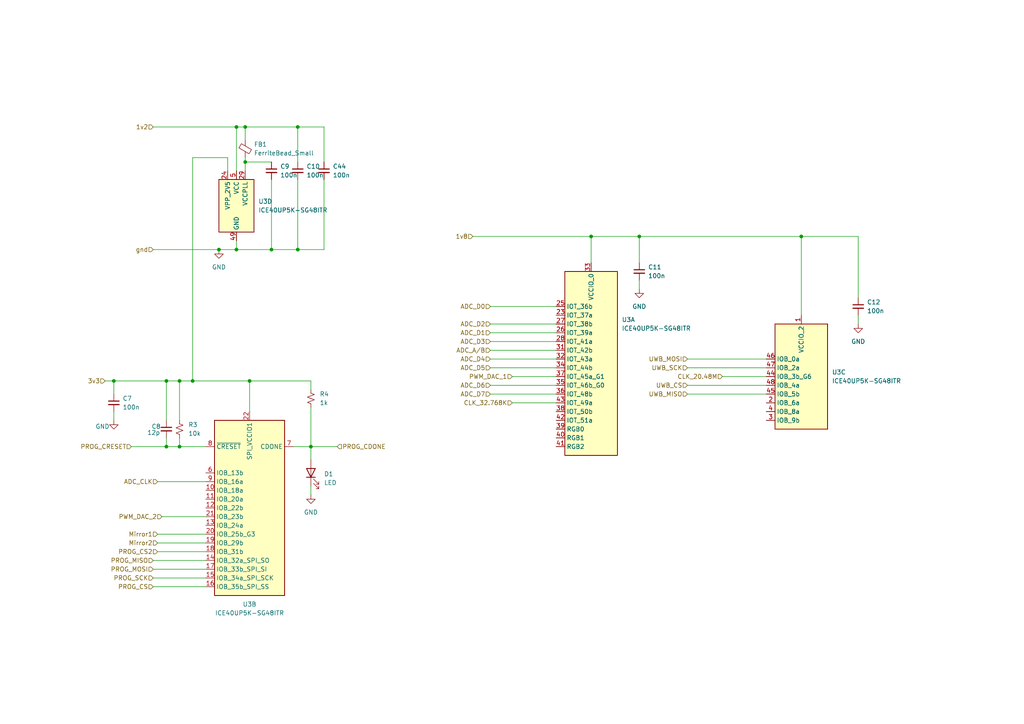
<source format=kicad_sch>
(kicad_sch
	(version 20231120)
	(generator "eeschema")
	(generator_version "8.0")
	(uuid "3a30c018-16d0-4b49-95f0-a7243fef0299")
	(paper "A4")
	(lib_symbols
		(symbol "Device:C_Small"
			(pin_numbers hide)
			(pin_names
				(offset 0.254) hide)
			(exclude_from_sim no)
			(in_bom yes)
			(on_board yes)
			(property "Reference" "C"
				(at 0.254 1.778 0)
				(effects
					(font
						(size 1.27 1.27)
					)
					(justify left)
				)
			)
			(property "Value" "C_Small"
				(at 0.254 -2.032 0)
				(effects
					(font
						(size 1.27 1.27)
					)
					(justify left)
				)
			)
			(property "Footprint" ""
				(at 0 0 0)
				(effects
					(font
						(size 1.27 1.27)
					)
					(hide yes)
				)
			)
			(property "Datasheet" "~"
				(at 0 0 0)
				(effects
					(font
						(size 1.27 1.27)
					)
					(hide yes)
				)
			)
			(property "Description" "Unpolarized capacitor, small symbol"
				(at 0 0 0)
				(effects
					(font
						(size 1.27 1.27)
					)
					(hide yes)
				)
			)
			(property "ki_keywords" "capacitor cap"
				(at 0 0 0)
				(effects
					(font
						(size 1.27 1.27)
					)
					(hide yes)
				)
			)
			(property "ki_fp_filters" "C_*"
				(at 0 0 0)
				(effects
					(font
						(size 1.27 1.27)
					)
					(hide yes)
				)
			)
			(symbol "C_Small_0_1"
				(polyline
					(pts
						(xy -1.524 -0.508) (xy 1.524 -0.508)
					)
					(stroke
						(width 0.3302)
						(type default)
					)
					(fill
						(type none)
					)
				)
				(polyline
					(pts
						(xy -1.524 0.508) (xy 1.524 0.508)
					)
					(stroke
						(width 0.3048)
						(type default)
					)
					(fill
						(type none)
					)
				)
			)
			(symbol "C_Small_1_1"
				(pin passive line
					(at 0 2.54 270)
					(length 2.032)
					(name "~"
						(effects
							(font
								(size 1.27 1.27)
							)
						)
					)
					(number "1"
						(effects
							(font
								(size 1.27 1.27)
							)
						)
					)
				)
				(pin passive line
					(at 0 -2.54 90)
					(length 2.032)
					(name "~"
						(effects
							(font
								(size 1.27 1.27)
							)
						)
					)
					(number "2"
						(effects
							(font
								(size 1.27 1.27)
							)
						)
					)
				)
			)
		)
		(symbol "Device:FerriteBead_Small"
			(pin_numbers hide)
			(pin_names
				(offset 0)
			)
			(exclude_from_sim no)
			(in_bom yes)
			(on_board yes)
			(property "Reference" "FB"
				(at 1.905 1.27 0)
				(effects
					(font
						(size 1.27 1.27)
					)
					(justify left)
				)
			)
			(property "Value" "FerriteBead_Small"
				(at 1.905 -1.27 0)
				(effects
					(font
						(size 1.27 1.27)
					)
					(justify left)
				)
			)
			(property "Footprint" ""
				(at -1.778 0 90)
				(effects
					(font
						(size 1.27 1.27)
					)
					(hide yes)
				)
			)
			(property "Datasheet" "~"
				(at 0 0 0)
				(effects
					(font
						(size 1.27 1.27)
					)
					(hide yes)
				)
			)
			(property "Description" "Ferrite bead, small symbol"
				(at 0 0 0)
				(effects
					(font
						(size 1.27 1.27)
					)
					(hide yes)
				)
			)
			(property "ki_keywords" "L ferrite bead inductor filter"
				(at 0 0 0)
				(effects
					(font
						(size 1.27 1.27)
					)
					(hide yes)
				)
			)
			(property "ki_fp_filters" "Inductor_* L_* *Ferrite*"
				(at 0 0 0)
				(effects
					(font
						(size 1.27 1.27)
					)
					(hide yes)
				)
			)
			(symbol "FerriteBead_Small_0_1"
				(polyline
					(pts
						(xy 0 -1.27) (xy 0 -0.7874)
					)
					(stroke
						(width 0)
						(type default)
					)
					(fill
						(type none)
					)
				)
				(polyline
					(pts
						(xy 0 0.889) (xy 0 1.2954)
					)
					(stroke
						(width 0)
						(type default)
					)
					(fill
						(type none)
					)
				)
				(polyline
					(pts
						(xy -1.8288 0.2794) (xy -1.1176 1.4986) (xy 1.8288 -0.2032) (xy 1.1176 -1.4224) (xy -1.8288 0.2794)
					)
					(stroke
						(width 0)
						(type default)
					)
					(fill
						(type none)
					)
				)
			)
			(symbol "FerriteBead_Small_1_1"
				(pin passive line
					(at 0 2.54 270)
					(length 1.27)
					(name "~"
						(effects
							(font
								(size 1.27 1.27)
							)
						)
					)
					(number "1"
						(effects
							(font
								(size 1.27 1.27)
							)
						)
					)
				)
				(pin passive line
					(at 0 -2.54 90)
					(length 1.27)
					(name "~"
						(effects
							(font
								(size 1.27 1.27)
							)
						)
					)
					(number "2"
						(effects
							(font
								(size 1.27 1.27)
							)
						)
					)
				)
			)
		)
		(symbol "Device:LED"
			(pin_numbers hide)
			(pin_names
				(offset 1.016) hide)
			(exclude_from_sim no)
			(in_bom yes)
			(on_board yes)
			(property "Reference" "D"
				(at 0 2.54 0)
				(effects
					(font
						(size 1.27 1.27)
					)
				)
			)
			(property "Value" "LED"
				(at 0 -2.54 0)
				(effects
					(font
						(size 1.27 1.27)
					)
				)
			)
			(property "Footprint" ""
				(at 0 0 0)
				(effects
					(font
						(size 1.27 1.27)
					)
					(hide yes)
				)
			)
			(property "Datasheet" "~"
				(at 0 0 0)
				(effects
					(font
						(size 1.27 1.27)
					)
					(hide yes)
				)
			)
			(property "Description" "Light emitting diode"
				(at 0 0 0)
				(effects
					(font
						(size 1.27 1.27)
					)
					(hide yes)
				)
			)
			(property "ki_keywords" "LED diode"
				(at 0 0 0)
				(effects
					(font
						(size 1.27 1.27)
					)
					(hide yes)
				)
			)
			(property "ki_fp_filters" "LED* LED_SMD:* LED_THT:*"
				(at 0 0 0)
				(effects
					(font
						(size 1.27 1.27)
					)
					(hide yes)
				)
			)
			(symbol "LED_0_1"
				(polyline
					(pts
						(xy -1.27 -1.27) (xy -1.27 1.27)
					)
					(stroke
						(width 0.254)
						(type default)
					)
					(fill
						(type none)
					)
				)
				(polyline
					(pts
						(xy -1.27 0) (xy 1.27 0)
					)
					(stroke
						(width 0)
						(type default)
					)
					(fill
						(type none)
					)
				)
				(polyline
					(pts
						(xy 1.27 -1.27) (xy 1.27 1.27) (xy -1.27 0) (xy 1.27 -1.27)
					)
					(stroke
						(width 0.254)
						(type default)
					)
					(fill
						(type none)
					)
				)
				(polyline
					(pts
						(xy -3.048 -0.762) (xy -4.572 -2.286) (xy -3.81 -2.286) (xy -4.572 -2.286) (xy -4.572 -1.524)
					)
					(stroke
						(width 0)
						(type default)
					)
					(fill
						(type none)
					)
				)
				(polyline
					(pts
						(xy -1.778 -0.762) (xy -3.302 -2.286) (xy -2.54 -2.286) (xy -3.302 -2.286) (xy -3.302 -1.524)
					)
					(stroke
						(width 0)
						(type default)
					)
					(fill
						(type none)
					)
				)
			)
			(symbol "LED_1_1"
				(pin passive line
					(at -3.81 0 0)
					(length 2.54)
					(name "K"
						(effects
							(font
								(size 1.27 1.27)
							)
						)
					)
					(number "1"
						(effects
							(font
								(size 1.27 1.27)
							)
						)
					)
				)
				(pin passive line
					(at 3.81 0 180)
					(length 2.54)
					(name "A"
						(effects
							(font
								(size 1.27 1.27)
							)
						)
					)
					(number "2"
						(effects
							(font
								(size 1.27 1.27)
							)
						)
					)
				)
			)
		)
		(symbol "Device:R_Small_US"
			(pin_numbers hide)
			(pin_names
				(offset 0.254) hide)
			(exclude_from_sim no)
			(in_bom yes)
			(on_board yes)
			(property "Reference" "R"
				(at 0.762 0.508 0)
				(effects
					(font
						(size 1.27 1.27)
					)
					(justify left)
				)
			)
			(property "Value" "R_Small_US"
				(at 0.762 -1.016 0)
				(effects
					(font
						(size 1.27 1.27)
					)
					(justify left)
				)
			)
			(property "Footprint" ""
				(at 0 0 0)
				(effects
					(font
						(size 1.27 1.27)
					)
					(hide yes)
				)
			)
			(property "Datasheet" "~"
				(at 0 0 0)
				(effects
					(font
						(size 1.27 1.27)
					)
					(hide yes)
				)
			)
			(property "Description" "Resistor, small US symbol"
				(at 0 0 0)
				(effects
					(font
						(size 1.27 1.27)
					)
					(hide yes)
				)
			)
			(property "ki_keywords" "r resistor"
				(at 0 0 0)
				(effects
					(font
						(size 1.27 1.27)
					)
					(hide yes)
				)
			)
			(property "ki_fp_filters" "R_*"
				(at 0 0 0)
				(effects
					(font
						(size 1.27 1.27)
					)
					(hide yes)
				)
			)
			(symbol "R_Small_US_1_1"
				(polyline
					(pts
						(xy 0 0) (xy 1.016 -0.381) (xy 0 -0.762) (xy -1.016 -1.143) (xy 0 -1.524)
					)
					(stroke
						(width 0)
						(type default)
					)
					(fill
						(type none)
					)
				)
				(polyline
					(pts
						(xy 0 1.524) (xy 1.016 1.143) (xy 0 0.762) (xy -1.016 0.381) (xy 0 0)
					)
					(stroke
						(width 0)
						(type default)
					)
					(fill
						(type none)
					)
				)
				(pin passive line
					(at 0 2.54 270)
					(length 1.016)
					(name "~"
						(effects
							(font
								(size 1.27 1.27)
							)
						)
					)
					(number "1"
						(effects
							(font
								(size 1.27 1.27)
							)
						)
					)
				)
				(pin passive line
					(at 0 -2.54 90)
					(length 1.016)
					(name "~"
						(effects
							(font
								(size 1.27 1.27)
							)
						)
					)
					(number "2"
						(effects
							(font
								(size 1.27 1.27)
							)
						)
					)
				)
			)
		)
		(symbol "FPGA_Lattice:ICE40UP5K-SG48ITR"
			(exclude_from_sim no)
			(in_bom yes)
			(on_board yes)
			(property "Reference" "U"
				(at -8.89 -29.21 0)
				(effects
					(font
						(size 1.27 1.27)
					)
				)
			)
			(property "Value" "ICE40UP5K-SG48ITR"
				(at 0 -31.75 0)
				(effects
					(font
						(size 1.27 1.27)
					)
				)
			)
			(property "Footprint" "Package_DFN_QFN:QFN-48-1EP_7x7mm_P0.5mm_EP5.6x5.6mm"
				(at 0 -34.29 0)
				(effects
					(font
						(size 1.27 1.27)
					)
					(hide yes)
				)
			)
			(property "Datasheet" "http://www.latticesemi.com/Products/FPGAandCPLD/iCE40Ultra"
				(at -10.16 25.4 0)
				(effects
					(font
						(size 1.27 1.27)
					)
					(hide yes)
				)
			)
			(property "Description" "iCE40 UltraPlus FPGA, 5280 LUTs, 1.2V, 48-pin QFN"
				(at 0 0 0)
				(effects
					(font
						(size 1.27 1.27)
					)
					(hide yes)
				)
			)
			(property "ki_locked" ""
				(at 0 0 0)
				(effects
					(font
						(size 1.27 1.27)
					)
				)
			)
			(property "ki_keywords" "FPGA programmable logic"
				(at 0 0 0)
				(effects
					(font
						(size 1.27 1.27)
					)
					(hide yes)
				)
			)
			(property "ki_fp_filters" "QFN*7x7mm*P0.5mm*EP5.6x5.6mm*"
				(at 0 0 0)
				(effects
					(font
						(size 1.27 1.27)
					)
					(hide yes)
				)
			)
			(symbol "ICE40UP5K-SG48ITR_1_1"
				(rectangle
					(start -7.62 25.4)
					(end 7.62 -27.94)
					(stroke
						(width 0.254)
						(type default)
					)
					(fill
						(type background)
					)
				)
				(pin bidirectional line
					(at -10.16 12.7 0)
					(length 2.54)
					(name "IOT_37a"
						(effects
							(font
								(size 1.27 1.27)
							)
						)
					)
					(number "23"
						(effects
							(font
								(size 1.27 1.27)
							)
						)
					)
				)
				(pin bidirectional line
					(at -10.16 15.24 0)
					(length 2.54)
					(name "IOT_36b"
						(effects
							(font
								(size 1.27 1.27)
							)
						)
					)
					(number "25"
						(effects
							(font
								(size 1.27 1.27)
							)
						)
					)
				)
				(pin bidirectional line
					(at -10.16 7.62 0)
					(length 2.54)
					(name "IOT_39a"
						(effects
							(font
								(size 1.27 1.27)
							)
						)
					)
					(number "26"
						(effects
							(font
								(size 1.27 1.27)
							)
						)
					)
				)
				(pin bidirectional line
					(at -10.16 10.16 0)
					(length 2.54)
					(name "IOT_38b"
						(effects
							(font
								(size 1.27 1.27)
							)
						)
					)
					(number "27"
						(effects
							(font
								(size 1.27 1.27)
							)
						)
					)
				)
				(pin bidirectional line
					(at -10.16 5.08 0)
					(length 2.54)
					(name "IOT_41a"
						(effects
							(font
								(size 1.27 1.27)
							)
						)
					)
					(number "28"
						(effects
							(font
								(size 1.27 1.27)
							)
						)
					)
				)
				(pin bidirectional line
					(at -10.16 2.54 0)
					(length 2.54)
					(name "IOT_42b"
						(effects
							(font
								(size 1.27 1.27)
							)
						)
					)
					(number "31"
						(effects
							(font
								(size 1.27 1.27)
							)
						)
					)
				)
				(pin bidirectional line
					(at -10.16 0 0)
					(length 2.54)
					(name "IOT_43a"
						(effects
							(font
								(size 1.27 1.27)
							)
						)
					)
					(number "32"
						(effects
							(font
								(size 1.27 1.27)
							)
						)
					)
				)
				(pin power_in line
					(at 0 27.94 270)
					(length 2.54)
					(name "VCCIO_0"
						(effects
							(font
								(size 1.27 1.27)
							)
						)
					)
					(number "33"
						(effects
							(font
								(size 1.27 1.27)
							)
						)
					)
				)
				(pin bidirectional line
					(at -10.16 -2.54 0)
					(length 2.54)
					(name "IOT_44b"
						(effects
							(font
								(size 1.27 1.27)
							)
						)
					)
					(number "34"
						(effects
							(font
								(size 1.27 1.27)
							)
						)
					)
				)
				(pin bidirectional line
					(at -10.16 -7.62 0)
					(length 2.54)
					(name "IOT_46b_G0"
						(effects
							(font
								(size 1.27 1.27)
							)
						)
					)
					(number "35"
						(effects
							(font
								(size 1.27 1.27)
							)
						)
					)
				)
				(pin bidirectional line
					(at -10.16 -10.16 0)
					(length 2.54)
					(name "IOT_48b"
						(effects
							(font
								(size 1.27 1.27)
							)
						)
					)
					(number "36"
						(effects
							(font
								(size 1.27 1.27)
							)
						)
					)
				)
				(pin bidirectional line
					(at -10.16 -5.08 0)
					(length 2.54)
					(name "IOT_45a_G1"
						(effects
							(font
								(size 1.27 1.27)
							)
						)
					)
					(number "37"
						(effects
							(font
								(size 1.27 1.27)
							)
						)
					)
				)
				(pin bidirectional line
					(at -10.16 -15.24 0)
					(length 2.54)
					(name "IOT_50b"
						(effects
							(font
								(size 1.27 1.27)
							)
						)
					)
					(number "38"
						(effects
							(font
								(size 1.27 1.27)
							)
						)
					)
				)
				(pin open_collector line
					(at -10.16 -20.32 0)
					(length 2.54)
					(name "RGB0"
						(effects
							(font
								(size 1.27 1.27)
							)
						)
					)
					(number "39"
						(effects
							(font
								(size 1.27 1.27)
							)
						)
					)
				)
				(pin open_collector line
					(at -10.16 -22.86 0)
					(length 2.54)
					(name "RGB1"
						(effects
							(font
								(size 1.27 1.27)
							)
						)
					)
					(number "40"
						(effects
							(font
								(size 1.27 1.27)
							)
						)
					)
				)
				(pin open_collector line
					(at -10.16 -25.4 0)
					(length 2.54)
					(name "RGB2"
						(effects
							(font
								(size 1.27 1.27)
							)
						)
					)
					(number "41"
						(effects
							(font
								(size 1.27 1.27)
							)
						)
					)
				)
				(pin bidirectional line
					(at -10.16 -17.78 0)
					(length 2.54)
					(name "IOT_51a"
						(effects
							(font
								(size 1.27 1.27)
							)
						)
					)
					(number "42"
						(effects
							(font
								(size 1.27 1.27)
							)
						)
					)
				)
				(pin bidirectional line
					(at -10.16 -12.7 0)
					(length 2.54)
					(name "IOT_49a"
						(effects
							(font
								(size 1.27 1.27)
							)
						)
					)
					(number "43"
						(effects
							(font
								(size 1.27 1.27)
							)
						)
					)
				)
			)
			(symbol "ICE40UP5K-SG48ITR_2_1"
				(rectangle
					(start -10.16 25.4)
					(end 10.16 -25.4)
					(stroke
						(width 0.254)
						(type default)
					)
					(fill
						(type background)
					)
				)
				(pin bidirectional line
					(at -12.7 5.08 0)
					(length 2.54)
					(name "IOB_18a"
						(effects
							(font
								(size 1.27 1.27)
							)
						)
					)
					(number "10"
						(effects
							(font
								(size 1.27 1.27)
							)
						)
					)
				)
				(pin bidirectional line
					(at -12.7 2.54 0)
					(length 2.54)
					(name "IOB_20a"
						(effects
							(font
								(size 1.27 1.27)
							)
						)
					)
					(number "11"
						(effects
							(font
								(size 1.27 1.27)
							)
						)
					)
				)
				(pin bidirectional line
					(at -12.7 0 0)
					(length 2.54)
					(name "IOB_22b"
						(effects
							(font
								(size 1.27 1.27)
							)
						)
					)
					(number "12"
						(effects
							(font
								(size 1.27 1.27)
							)
						)
					)
				)
				(pin bidirectional line
					(at -12.7 -5.08 0)
					(length 2.54)
					(name "IOB_24a"
						(effects
							(font
								(size 1.27 1.27)
							)
						)
					)
					(number "13"
						(effects
							(font
								(size 1.27 1.27)
							)
						)
					)
				)
				(pin bidirectional line
					(at -12.7 -15.24 0)
					(length 2.54)
					(name "IOB_32a_SPI_SO"
						(effects
							(font
								(size 1.27 1.27)
							)
						)
					)
					(number "14"
						(effects
							(font
								(size 1.27 1.27)
							)
						)
					)
				)
				(pin bidirectional line
					(at -12.7 -20.32 0)
					(length 2.54)
					(name "IOB_34a_SPI_SCK"
						(effects
							(font
								(size 1.27 1.27)
							)
						)
					)
					(number "15"
						(effects
							(font
								(size 1.27 1.27)
							)
						)
					)
				)
				(pin bidirectional line
					(at -12.7 -22.86 0)
					(length 2.54)
					(name "IOB_35b_SPI_SS"
						(effects
							(font
								(size 1.27 1.27)
							)
						)
					)
					(number "16"
						(effects
							(font
								(size 1.27 1.27)
							)
						)
					)
				)
				(pin bidirectional line
					(at -12.7 -17.78 0)
					(length 2.54)
					(name "IOB_33b_SPI_SI"
						(effects
							(font
								(size 1.27 1.27)
							)
						)
					)
					(number "17"
						(effects
							(font
								(size 1.27 1.27)
							)
						)
					)
				)
				(pin bidirectional line
					(at -12.7 -12.7 0)
					(length 2.54)
					(name "IOB_31b"
						(effects
							(font
								(size 1.27 1.27)
							)
						)
					)
					(number "18"
						(effects
							(font
								(size 1.27 1.27)
							)
						)
					)
				)
				(pin bidirectional line
					(at -12.7 -10.16 0)
					(length 2.54)
					(name "IOB_29b"
						(effects
							(font
								(size 1.27 1.27)
							)
						)
					)
					(number "19"
						(effects
							(font
								(size 1.27 1.27)
							)
						)
					)
				)
				(pin bidirectional line
					(at -12.7 -7.62 0)
					(length 2.54)
					(name "IOB_25b_G3"
						(effects
							(font
								(size 1.27 1.27)
							)
						)
					)
					(number "20"
						(effects
							(font
								(size 1.27 1.27)
							)
						)
					)
				)
				(pin bidirectional line
					(at -12.7 -2.54 0)
					(length 2.54)
					(name "IOB_23b"
						(effects
							(font
								(size 1.27 1.27)
							)
						)
					)
					(number "21"
						(effects
							(font
								(size 1.27 1.27)
							)
						)
					)
				)
				(pin power_in line
					(at 0 27.94 270)
					(length 2.54)
					(name "SPI_VCCIO1"
						(effects
							(font
								(size 1.27 1.27)
							)
						)
					)
					(number "22"
						(effects
							(font
								(size 1.27 1.27)
							)
						)
					)
				)
				(pin bidirectional line
					(at -12.7 10.16 0)
					(length 2.54)
					(name "IOB_13b"
						(effects
							(font
								(size 1.27 1.27)
							)
						)
					)
					(number "6"
						(effects
							(font
								(size 1.27 1.27)
							)
						)
					)
				)
				(pin open_collector line
					(at 12.7 17.78 180)
					(length 2.54)
					(name "CDONE"
						(effects
							(font
								(size 1.27 1.27)
							)
						)
					)
					(number "7"
						(effects
							(font
								(size 1.27 1.27)
							)
						)
					)
				)
				(pin input line
					(at -12.7 17.78 0)
					(length 2.54)
					(name "~{CRESET}"
						(effects
							(font
								(size 1.27 1.27)
							)
						)
					)
					(number "8"
						(effects
							(font
								(size 1.27 1.27)
							)
						)
					)
				)
				(pin bidirectional line
					(at -12.7 7.62 0)
					(length 2.54)
					(name "IOB_16a"
						(effects
							(font
								(size 1.27 1.27)
							)
						)
					)
					(number "9"
						(effects
							(font
								(size 1.27 1.27)
							)
						)
					)
				)
			)
			(symbol "ICE40UP5K-SG48ITR_3_1"
				(rectangle
					(start -7.62 15.24)
					(end 7.62 -15.24)
					(stroke
						(width 0.254)
						(type default)
					)
					(fill
						(type background)
					)
				)
				(pin power_in line
					(at 0 17.78 270)
					(length 2.54)
					(name "VCCIO_2"
						(effects
							(font
								(size 1.27 1.27)
							)
						)
					)
					(number "1"
						(effects
							(font
								(size 1.27 1.27)
							)
						)
					)
				)
				(pin bidirectional line
					(at -10.16 -7.62 0)
					(length 2.54)
					(name "IOB_6a"
						(effects
							(font
								(size 1.27 1.27)
							)
						)
					)
					(number "2"
						(effects
							(font
								(size 1.27 1.27)
							)
						)
					)
				)
				(pin bidirectional line
					(at -10.16 -12.7 0)
					(length 2.54)
					(name "IOB_9b"
						(effects
							(font
								(size 1.27 1.27)
							)
						)
					)
					(number "3"
						(effects
							(font
								(size 1.27 1.27)
							)
						)
					)
				)
				(pin bidirectional line
					(at -10.16 -10.16 0)
					(length 2.54)
					(name "IOB_8a"
						(effects
							(font
								(size 1.27 1.27)
							)
						)
					)
					(number "4"
						(effects
							(font
								(size 1.27 1.27)
							)
						)
					)
				)
				(pin bidirectional line
					(at -10.16 0 0)
					(length 2.54)
					(name "IOB_3b_G6"
						(effects
							(font
								(size 1.27 1.27)
							)
						)
					)
					(number "44"
						(effects
							(font
								(size 1.27 1.27)
							)
						)
					)
				)
				(pin bidirectional line
					(at -10.16 -5.08 0)
					(length 2.54)
					(name "IOB_5b"
						(effects
							(font
								(size 1.27 1.27)
							)
						)
					)
					(number "45"
						(effects
							(font
								(size 1.27 1.27)
							)
						)
					)
				)
				(pin bidirectional line
					(at -10.16 5.08 0)
					(length 2.54)
					(name "IOB_0a"
						(effects
							(font
								(size 1.27 1.27)
							)
						)
					)
					(number "46"
						(effects
							(font
								(size 1.27 1.27)
							)
						)
					)
				)
				(pin bidirectional line
					(at -10.16 2.54 0)
					(length 2.54)
					(name "IOB_2a"
						(effects
							(font
								(size 1.27 1.27)
							)
						)
					)
					(number "47"
						(effects
							(font
								(size 1.27 1.27)
							)
						)
					)
				)
				(pin bidirectional line
					(at -10.16 -2.54 0)
					(length 2.54)
					(name "IOB_4a"
						(effects
							(font
								(size 1.27 1.27)
							)
						)
					)
					(number "48"
						(effects
							(font
								(size 1.27 1.27)
							)
						)
					)
				)
			)
			(symbol "ICE40UP5K-SG48ITR_4_1"
				(rectangle
					(start -5.08 7.62)
					(end 5.08 -7.62)
					(stroke
						(width 0.254)
						(type default)
					)
					(fill
						(type background)
					)
				)
				(pin power_in line
					(at -2.54 10.16 270)
					(length 2.54)
					(name "VPP_2V5"
						(effects
							(font
								(size 1.27 1.27)
							)
						)
					)
					(number "24"
						(effects
							(font
								(size 1.27 1.27)
							)
						)
					)
				)
				(pin power_out line
					(at 2.54 10.16 270)
					(length 2.54)
					(name "VCCPLL"
						(effects
							(font
								(size 1.27 1.27)
							)
						)
					)
					(number "29"
						(effects
							(font
								(size 1.27 1.27)
							)
						)
					)
				)
				(pin passive line
					(at 0 10.16 270)
					(length 2.54) hide
					(name "VCC"
						(effects
							(font
								(size 1.27 1.27)
							)
						)
					)
					(number "30"
						(effects
							(font
								(size 1.27 1.27)
							)
						)
					)
				)
				(pin power_in line
					(at 0 -10.16 90)
					(length 2.54)
					(name "GND"
						(effects
							(font
								(size 1.27 1.27)
							)
						)
					)
					(number "49"
						(effects
							(font
								(size 1.27 1.27)
							)
						)
					)
				)
				(pin power_in line
					(at 0 10.16 270)
					(length 2.54)
					(name "VCC"
						(effects
							(font
								(size 1.27 1.27)
							)
						)
					)
					(number "5"
						(effects
							(font
								(size 1.27 1.27)
							)
						)
					)
				)
			)
		)
		(symbol "power:GND"
			(power)
			(pin_names
				(offset 0)
			)
			(exclude_from_sim no)
			(in_bom yes)
			(on_board yes)
			(property "Reference" "#PWR"
				(at 0 -6.35 0)
				(effects
					(font
						(size 1.27 1.27)
					)
					(hide yes)
				)
			)
			(property "Value" "GND"
				(at 0 -3.81 0)
				(effects
					(font
						(size 1.27 1.27)
					)
				)
			)
			(property "Footprint" ""
				(at 0 0 0)
				(effects
					(font
						(size 1.27 1.27)
					)
					(hide yes)
				)
			)
			(property "Datasheet" ""
				(at 0 0 0)
				(effects
					(font
						(size 1.27 1.27)
					)
					(hide yes)
				)
			)
			(property "Description" "Power symbol creates a global label with name \"GND\" , ground"
				(at 0 0 0)
				(effects
					(font
						(size 1.27 1.27)
					)
					(hide yes)
				)
			)
			(property "ki_keywords" "power-flag"
				(at 0 0 0)
				(effects
					(font
						(size 1.27 1.27)
					)
					(hide yes)
				)
			)
			(symbol "GND_0_1"
				(polyline
					(pts
						(xy 0 0) (xy 0 -1.27) (xy 1.27 -1.27) (xy 0 -2.54) (xy -1.27 -1.27) (xy 0 -1.27)
					)
					(stroke
						(width 0)
						(type default)
					)
					(fill
						(type none)
					)
				)
			)
			(symbol "GND_1_1"
				(pin power_in line
					(at 0 0 270)
					(length 0) hide
					(name "GND"
						(effects
							(font
								(size 1.27 1.27)
							)
						)
					)
					(number "1"
						(effects
							(font
								(size 1.27 1.27)
							)
						)
					)
				)
			)
		)
	)
	(junction
		(at 86.36 36.83)
		(diameter 0)
		(color 0 0 0 0)
		(uuid "0ed2725b-278b-40a1-90f2-cdfb1ed51ebe")
	)
	(junction
		(at 68.58 72.39)
		(diameter 0)
		(color 0 0 0 0)
		(uuid "345fa7fa-5734-400b-bf95-4810656a382e")
	)
	(junction
		(at 33.02 110.49)
		(diameter 0)
		(color 0 0 0 0)
		(uuid "42d623cd-d11a-42f9-b022-b1baeb94671f")
	)
	(junction
		(at 185.42 68.58)
		(diameter 0)
		(color 0 0 0 0)
		(uuid "46d47057-739f-40af-8bd6-66732b3e254b")
	)
	(junction
		(at 48.26 129.54)
		(diameter 0)
		(color 0 0 0 0)
		(uuid "5466c9aa-9332-41f1-9df4-224861da69f0")
	)
	(junction
		(at 232.41 68.58)
		(diameter 0)
		(color 0 0 0 0)
		(uuid "6917b4ae-3e84-4f5a-83ca-d36614941474")
	)
	(junction
		(at 90.17 129.54)
		(diameter 0)
		(color 0 0 0 0)
		(uuid "6f45cfcd-af3f-4771-a924-04ea70626868")
	)
	(junction
		(at 78.74 72.39)
		(diameter 0)
		(color 0 0 0 0)
		(uuid "73277fbb-1b08-4d33-9c5b-5325484342f3")
	)
	(junction
		(at 68.58 36.83)
		(diameter 0)
		(color 0 0 0 0)
		(uuid "82aabae5-e10a-448a-be77-743c258d18e5")
	)
	(junction
		(at 52.07 110.49)
		(diameter 0)
		(color 0 0 0 0)
		(uuid "8b63a6fc-a150-43f8-a3b5-8395952ffef0")
	)
	(junction
		(at 72.39 110.49)
		(diameter 0)
		(color 0 0 0 0)
		(uuid "9b7e3613-65ed-4d73-ae34-e275e1e1a759")
	)
	(junction
		(at 71.12 36.83)
		(diameter 0)
		(color 0 0 0 0)
		(uuid "b41659d3-b84a-436f-a471-82eb3cc5cb1e")
	)
	(junction
		(at 52.07 129.54)
		(diameter 0)
		(color 0 0 0 0)
		(uuid "b62c4095-f1c0-47c0-a2a2-cdabd2346de9")
	)
	(junction
		(at 63.5 72.39)
		(diameter 0)
		(color 0 0 0 0)
		(uuid "c33defb4-b44a-4b8a-9ffa-0789dd3729de")
	)
	(junction
		(at 71.12 46.99)
		(diameter 0)
		(color 0 0 0 0)
		(uuid "ce361e95-7ff3-40d8-839f-876c21d5b4eb")
	)
	(junction
		(at 48.26 110.49)
		(diameter 0)
		(color 0 0 0 0)
		(uuid "dd3dc4da-ee36-48d7-b541-3e6d04b03351")
	)
	(junction
		(at 171.45 68.58)
		(diameter 0)
		(color 0 0 0 0)
		(uuid "e9694749-b2f8-458b-a035-757212fc9ccb")
	)
	(junction
		(at 55.88 110.49)
		(diameter 0)
		(color 0 0 0 0)
		(uuid "ea63b8ba-9254-4980-9298-3470981f4303")
	)
	(junction
		(at 86.36 72.39)
		(diameter 0)
		(color 0 0 0 0)
		(uuid "f2850c07-d53c-4d30-bfd9-17da92f5a37c")
	)
	(wire
		(pts
			(xy 52.07 129.54) (xy 52.07 127)
		)
		(stroke
			(width 0)
			(type default)
		)
		(uuid "0839ce8d-bc94-4a18-9387-0ce4b277e1aa")
	)
	(wire
		(pts
			(xy 142.24 104.14) (xy 161.29 104.14)
		)
		(stroke
			(width 0)
			(type default)
		)
		(uuid "10644275-a5cd-4f0a-829f-8e5fd7277ee7")
	)
	(wire
		(pts
			(xy 185.42 68.58) (xy 171.45 68.58)
		)
		(stroke
			(width 0)
			(type default)
		)
		(uuid "1138eb3a-7307-4d7f-bff3-dc044625f2db")
	)
	(wire
		(pts
			(xy 142.24 111.76) (xy 161.29 111.76)
		)
		(stroke
			(width 0)
			(type default)
		)
		(uuid "13173f3b-3e2a-47c8-991c-e30d60da5f0f")
	)
	(wire
		(pts
			(xy 44.45 170.18) (xy 59.69 170.18)
		)
		(stroke
			(width 0)
			(type default)
		)
		(uuid "1407bcdb-092b-40e2-b543-e87309754b16")
	)
	(wire
		(pts
			(xy 46.99 149.86) (xy 59.69 149.86)
		)
		(stroke
			(width 0)
			(type default)
		)
		(uuid "14f9801e-376b-493b-b94c-cb1bed34dd5a")
	)
	(wire
		(pts
			(xy 38.1 129.54) (xy 48.26 129.54)
		)
		(stroke
			(width 0)
			(type default)
		)
		(uuid "17a1090e-1ea0-4ddd-9da2-e68411fa1c2d")
	)
	(wire
		(pts
			(xy 137.16 68.58) (xy 171.45 68.58)
		)
		(stroke
			(width 0)
			(type default)
		)
		(uuid "1df14d1b-ee1d-4144-8cbe-197035ecce35")
	)
	(wire
		(pts
			(xy 72.39 110.49) (xy 72.39 119.38)
		)
		(stroke
			(width 0)
			(type default)
		)
		(uuid "257238a5-176e-4d1c-a636-2d9de783e6d5")
	)
	(wire
		(pts
			(xy 63.5 72.39) (xy 68.58 72.39)
		)
		(stroke
			(width 0)
			(type default)
		)
		(uuid "2682e4e1-bd5f-461a-9fd0-c0cb421907ef")
	)
	(wire
		(pts
			(xy 199.39 106.68) (xy 222.25 106.68)
		)
		(stroke
			(width 0)
			(type default)
		)
		(uuid "29facdd0-cb19-4b67-9fad-bee4a0639409")
	)
	(wire
		(pts
			(xy 59.69 129.54) (xy 52.07 129.54)
		)
		(stroke
			(width 0)
			(type default)
		)
		(uuid "2a21fb11-bf9f-4892-8443-9e0ba5dd08ff")
	)
	(wire
		(pts
			(xy 30.48 110.49) (xy 33.02 110.49)
		)
		(stroke
			(width 0)
			(type default)
		)
		(uuid "2c1b22e6-07d6-40b5-ba5a-538b240bceca")
	)
	(wire
		(pts
			(xy 68.58 69.85) (xy 68.58 72.39)
		)
		(stroke
			(width 0)
			(type default)
		)
		(uuid "3095b0f9-78d5-4a07-b71c-f48a9c58e7ec")
	)
	(wire
		(pts
			(xy 185.42 81.28) (xy 185.42 83.82)
		)
		(stroke
			(width 0)
			(type default)
		)
		(uuid "32fd25cc-582c-49b1-a8f6-e340ba68f85e")
	)
	(wire
		(pts
			(xy 71.12 36.83) (xy 71.12 40.64)
		)
		(stroke
			(width 0)
			(type default)
		)
		(uuid "343a1989-0394-4c67-8fd4-4e3e4de180b9")
	)
	(wire
		(pts
			(xy 78.74 52.07) (xy 78.74 72.39)
		)
		(stroke
			(width 0)
			(type default)
		)
		(uuid "347abbc1-854a-40f3-be93-e7f380c88c8b")
	)
	(wire
		(pts
			(xy 52.07 110.49) (xy 52.07 121.92)
		)
		(stroke
			(width 0)
			(type default)
		)
		(uuid "35268393-9390-4c1c-b1dc-79c0d74fe10f")
	)
	(wire
		(pts
			(xy 45.72 154.94) (xy 59.69 154.94)
		)
		(stroke
			(width 0)
			(type default)
		)
		(uuid "3637fe8d-10e0-4ba7-8037-7e25780942a3")
	)
	(wire
		(pts
			(xy 199.39 114.3) (xy 222.25 114.3)
		)
		(stroke
			(width 0)
			(type default)
		)
		(uuid "36e3a3ff-9199-4cfa-8744-27c0aaf65564")
	)
	(wire
		(pts
			(xy 93.98 72.39) (xy 86.36 72.39)
		)
		(stroke
			(width 0)
			(type default)
		)
		(uuid "3816a8ab-64c6-4bdf-b492-0c0b08b3c4f1")
	)
	(wire
		(pts
			(xy 142.24 101.6) (xy 161.29 101.6)
		)
		(stroke
			(width 0)
			(type default)
		)
		(uuid "3a8ed584-39ab-43d4-9431-1bd47f9b0f42")
	)
	(wire
		(pts
			(xy 248.92 68.58) (xy 248.92 86.36)
		)
		(stroke
			(width 0)
			(type default)
		)
		(uuid "3b76aab5-432c-436b-9e86-22fe8dde25df")
	)
	(wire
		(pts
			(xy 90.17 140.97) (xy 90.17 143.51)
		)
		(stroke
			(width 0)
			(type default)
		)
		(uuid "48d32fc5-7633-42c4-bb73-feeda1ebd360")
	)
	(wire
		(pts
			(xy 44.45 36.83) (xy 68.58 36.83)
		)
		(stroke
			(width 0)
			(type default)
		)
		(uuid "48d7f80b-1c18-4841-94a4-f3cb83101392")
	)
	(wire
		(pts
			(xy 199.39 111.76) (xy 222.25 111.76)
		)
		(stroke
			(width 0)
			(type default)
		)
		(uuid "522dc806-0594-4fc1-97fa-e703f9f8b9ed")
	)
	(wire
		(pts
			(xy 68.58 72.39) (xy 78.74 72.39)
		)
		(stroke
			(width 0)
			(type default)
		)
		(uuid "556eaa74-9381-481c-92e8-5831de22ee29")
	)
	(wire
		(pts
			(xy 90.17 110.49) (xy 90.17 113.03)
		)
		(stroke
			(width 0)
			(type default)
		)
		(uuid "5c5732df-af75-497f-9809-9c471d5ab028")
	)
	(wire
		(pts
			(xy 68.58 49.53) (xy 68.58 36.83)
		)
		(stroke
			(width 0)
			(type default)
		)
		(uuid "5ee95bda-c247-42e3-b6d0-52dba760b49b")
	)
	(wire
		(pts
			(xy 71.12 46.99) (xy 71.12 49.53)
		)
		(stroke
			(width 0)
			(type default)
		)
		(uuid "5fe0997a-7404-4d25-aec7-77b2effa05d1")
	)
	(wire
		(pts
			(xy 33.02 119.38) (xy 33.02 121.92)
		)
		(stroke
			(width 0)
			(type default)
		)
		(uuid "63046ab8-3e15-42ee-9e14-1e2dbf1cdc42")
	)
	(wire
		(pts
			(xy 44.45 165.1) (xy 59.69 165.1)
		)
		(stroke
			(width 0)
			(type default)
		)
		(uuid "64fbefce-a964-4fb3-859a-3fdb8eab745c")
	)
	(wire
		(pts
			(xy 90.17 129.54) (xy 97.79 129.54)
		)
		(stroke
			(width 0)
			(type default)
		)
		(uuid "679a7ddc-c64a-4497-bb53-26edce0ea1fa")
	)
	(wire
		(pts
			(xy 142.24 96.52) (xy 161.29 96.52)
		)
		(stroke
			(width 0)
			(type default)
		)
		(uuid "6857801e-33f5-4995-a8d9-8ae149f6e831")
	)
	(wire
		(pts
			(xy 55.88 110.49) (xy 52.07 110.49)
		)
		(stroke
			(width 0)
			(type default)
		)
		(uuid "691527ed-eccb-456b-9673-f3b747c424ac")
	)
	(wire
		(pts
			(xy 48.26 127) (xy 48.26 129.54)
		)
		(stroke
			(width 0)
			(type default)
		)
		(uuid "71c7a1a3-e6dc-40f9-b13b-d62b4d6df1d3")
	)
	(wire
		(pts
			(xy 71.12 36.83) (xy 86.36 36.83)
		)
		(stroke
			(width 0)
			(type default)
		)
		(uuid "7c8c6b9f-4671-44b2-a589-dfedf1568d4d")
	)
	(wire
		(pts
			(xy 209.55 109.22) (xy 222.25 109.22)
		)
		(stroke
			(width 0)
			(type default)
		)
		(uuid "7cdce3c8-37b5-47ca-bb90-e2a0e4b3bab7")
	)
	(wire
		(pts
			(xy 45.72 160.02) (xy 59.69 160.02)
		)
		(stroke
			(width 0)
			(type default)
		)
		(uuid "7d92833c-c53f-4954-963c-11d59962efcb")
	)
	(wire
		(pts
			(xy 142.24 93.98) (xy 161.29 93.98)
		)
		(stroke
			(width 0)
			(type default)
		)
		(uuid "7fa8a056-ce6b-467d-ba4f-e8fe61828733")
	)
	(wire
		(pts
			(xy 78.74 72.39) (xy 86.36 72.39)
		)
		(stroke
			(width 0)
			(type default)
		)
		(uuid "82472ec5-adb6-4c61-8289-8b33b6935056")
	)
	(wire
		(pts
			(xy 142.24 106.68) (xy 161.29 106.68)
		)
		(stroke
			(width 0)
			(type default)
		)
		(uuid "83c165ad-3112-428c-bd1c-66c96dc15a09")
	)
	(wire
		(pts
			(xy 86.36 36.83) (xy 86.36 46.99)
		)
		(stroke
			(width 0)
			(type default)
		)
		(uuid "8c38eeb8-785d-46ec-bf75-42a45704d0a5")
	)
	(wire
		(pts
			(xy 90.17 118.11) (xy 90.17 129.54)
		)
		(stroke
			(width 0)
			(type default)
		)
		(uuid "8cff2fce-6dd7-434c-b684-5706c94069b6")
	)
	(wire
		(pts
			(xy 93.98 52.07) (xy 93.98 72.39)
		)
		(stroke
			(width 0)
			(type default)
		)
		(uuid "912107f3-165e-4e6f-ae68-cbe2cf8d49cd")
	)
	(wire
		(pts
			(xy 185.42 68.58) (xy 185.42 76.2)
		)
		(stroke
			(width 0)
			(type default)
		)
		(uuid "963617ad-75e0-4cbd-96fa-6cfa7eca014e")
	)
	(wire
		(pts
			(xy 232.41 68.58) (xy 185.42 68.58)
		)
		(stroke
			(width 0)
			(type default)
		)
		(uuid "970c64f3-bb36-4e26-9543-9b4927d75e64")
	)
	(wire
		(pts
			(xy 55.88 45.72) (xy 66.04 45.72)
		)
		(stroke
			(width 0)
			(type default)
		)
		(uuid "a2af2e26-5eba-4067-a293-c888c4ccd577")
	)
	(wire
		(pts
			(xy 142.24 88.9) (xy 161.29 88.9)
		)
		(stroke
			(width 0)
			(type default)
		)
		(uuid "a5168ae5-1e06-4a63-969a-634368913585")
	)
	(wire
		(pts
			(xy 171.45 76.2) (xy 171.45 68.58)
		)
		(stroke
			(width 0)
			(type default)
		)
		(uuid "aa87a8ec-9ad4-4eac-b7df-8ebadf5deb8a")
	)
	(wire
		(pts
			(xy 248.92 91.44) (xy 248.92 93.98)
		)
		(stroke
			(width 0)
			(type default)
		)
		(uuid "acdc0814-65c5-4617-b091-8a15deeb7c30")
	)
	(wire
		(pts
			(xy 33.02 110.49) (xy 33.02 114.3)
		)
		(stroke
			(width 0)
			(type default)
		)
		(uuid "ad73347d-1d5c-42b6-ab42-3c782b289dfc")
	)
	(wire
		(pts
			(xy 142.24 114.3) (xy 161.29 114.3)
		)
		(stroke
			(width 0)
			(type default)
		)
		(uuid "aedae82a-4520-4091-a372-08dc14b42009")
	)
	(wire
		(pts
			(xy 55.88 110.49) (xy 55.88 45.72)
		)
		(stroke
			(width 0)
			(type default)
		)
		(uuid "b250509a-1e2f-473f-8cf8-d4df53fd1293")
	)
	(wire
		(pts
			(xy 66.04 49.53) (xy 66.04 45.72)
		)
		(stroke
			(width 0)
			(type default)
		)
		(uuid "b743f14b-92cb-4fa5-800d-537d59776f96")
	)
	(wire
		(pts
			(xy 199.39 104.14) (xy 222.25 104.14)
		)
		(stroke
			(width 0)
			(type default)
		)
		(uuid "b7b7b6bc-00a4-465e-b502-bcb9d935928e")
	)
	(wire
		(pts
			(xy 44.45 72.39) (xy 63.5 72.39)
		)
		(stroke
			(width 0)
			(type default)
		)
		(uuid "bfaba1e3-7e86-4997-bebb-b889c534c326")
	)
	(wire
		(pts
			(xy 86.36 72.39) (xy 86.36 52.07)
		)
		(stroke
			(width 0)
			(type default)
		)
		(uuid "c4a62205-2988-49f5-bc6a-7613600d4793")
	)
	(wire
		(pts
			(xy 248.92 68.58) (xy 232.41 68.58)
		)
		(stroke
			(width 0)
			(type default)
		)
		(uuid "c71f66cd-f262-48ad-a590-2d96484db311")
	)
	(wire
		(pts
			(xy 45.72 157.48) (xy 59.69 157.48)
		)
		(stroke
			(width 0)
			(type default)
		)
		(uuid "c79f8507-800c-4bad-a991-be931fa6dafe")
	)
	(wire
		(pts
			(xy 142.24 99.06) (xy 161.29 99.06)
		)
		(stroke
			(width 0)
			(type default)
		)
		(uuid "c938672c-3027-4d2a-a460-122caffee9cd")
	)
	(wire
		(pts
			(xy 93.98 46.99) (xy 93.98 36.83)
		)
		(stroke
			(width 0)
			(type default)
		)
		(uuid "c93e6ae9-69cb-4f46-829e-939be6f2a5ac")
	)
	(wire
		(pts
			(xy 72.39 110.49) (xy 90.17 110.49)
		)
		(stroke
			(width 0)
			(type default)
		)
		(uuid "cca8d0d8-d757-4136-a04c-cc47107182c4")
	)
	(wire
		(pts
			(xy 45.72 139.7) (xy 59.69 139.7)
		)
		(stroke
			(width 0)
			(type default)
		)
		(uuid "ceb3433d-233a-4dbc-bb39-b59b136f4e67")
	)
	(wire
		(pts
			(xy 44.45 162.56) (xy 59.69 162.56)
		)
		(stroke
			(width 0)
			(type default)
		)
		(uuid "d26c0188-a8c0-40f8-947a-e0efe65dd5bd")
	)
	(wire
		(pts
			(xy 71.12 46.99) (xy 78.74 46.99)
		)
		(stroke
			(width 0)
			(type default)
		)
		(uuid "d6471c5f-043d-4d84-a97e-52771b5e0630")
	)
	(wire
		(pts
			(xy 68.58 36.83) (xy 71.12 36.83)
		)
		(stroke
			(width 0)
			(type default)
		)
		(uuid "d7ae491a-489b-499b-a12e-4bc2e88bd7a0")
	)
	(wire
		(pts
			(xy 48.26 110.49) (xy 33.02 110.49)
		)
		(stroke
			(width 0)
			(type default)
		)
		(uuid "dc5dffa1-e70d-43e4-9037-e3351b89b896")
	)
	(wire
		(pts
			(xy 71.12 45.72) (xy 71.12 46.99)
		)
		(stroke
			(width 0)
			(type default)
		)
		(uuid "e115b9e1-a66d-4190-88ba-939b3cae431f")
	)
	(wire
		(pts
			(xy 85.09 129.54) (xy 90.17 129.54)
		)
		(stroke
			(width 0)
			(type default)
		)
		(uuid "e2bdcc34-a8c3-4e8f-a2ac-f5a61abfc6ba")
	)
	(wire
		(pts
			(xy 148.59 116.84) (xy 161.29 116.84)
		)
		(stroke
			(width 0)
			(type default)
		)
		(uuid "e637d3f2-edf2-4d06-8f4a-11c7ab16c38c")
	)
	(wire
		(pts
			(xy 48.26 110.49) (xy 48.26 121.92)
		)
		(stroke
			(width 0)
			(type default)
		)
		(uuid "ee393309-bfb5-49a6-8889-a744fa62d1e2")
	)
	(wire
		(pts
			(xy 48.26 129.54) (xy 52.07 129.54)
		)
		(stroke
			(width 0)
			(type default)
		)
		(uuid "f181de1e-f008-4d4f-983d-2bcae7094cbb")
	)
	(wire
		(pts
			(xy 232.41 91.44) (xy 232.41 68.58)
		)
		(stroke
			(width 0)
			(type default)
		)
		(uuid "f31292d4-cab5-443b-83ee-6eb61523d2a7")
	)
	(wire
		(pts
			(xy 44.45 167.64) (xy 59.69 167.64)
		)
		(stroke
			(width 0)
			(type default)
		)
		(uuid "f4ba32ab-ab3d-4753-a0b7-a2a898ba4b27")
	)
	(wire
		(pts
			(xy 93.98 36.83) (xy 86.36 36.83)
		)
		(stroke
			(width 0)
			(type default)
		)
		(uuid "f4d2d2d2-2cdb-4a17-b566-7309e09c8dd7")
	)
	(wire
		(pts
			(xy 55.88 110.49) (xy 72.39 110.49)
		)
		(stroke
			(width 0)
			(type default)
		)
		(uuid "f4f93663-213e-4980-9575-9e9bd972ef0b")
	)
	(wire
		(pts
			(xy 148.59 109.22) (xy 161.29 109.22)
		)
		(stroke
			(width 0)
			(type default)
		)
		(uuid "f56215de-ca63-4414-b982-fca62919472d")
	)
	(wire
		(pts
			(xy 52.07 110.49) (xy 48.26 110.49)
		)
		(stroke
			(width 0)
			(type default)
		)
		(uuid "f9b999ff-76fa-4b0f-bd9c-59c693b0808e")
	)
	(wire
		(pts
			(xy 90.17 129.54) (xy 90.17 133.35)
		)
		(stroke
			(width 0)
			(type default)
		)
		(uuid "fcdea1e9-5ba4-4528-a327-e656026e9d95")
	)
	(hierarchical_label "PROG_CRESET"
		(shape input)
		(at 38.1 129.54 180)
		(fields_autoplaced yes)
		(effects
			(font
				(size 1.27 1.27)
			)
			(justify right)
		)
		(uuid "0d9efdde-06ea-47a2-bdf8-78af3ad3ce57")
	)
	(hierarchical_label "ADC_D7"
		(shape input)
		(at 142.24 114.3 180)
		(fields_autoplaced yes)
		(effects
			(font
				(size 1.27 1.27)
			)
			(justify right)
		)
		(uuid "14970e61-a461-40cd-8f1b-1f6993770c85")
	)
	(hierarchical_label "ADC_D5"
		(shape input)
		(at 142.24 106.68 180)
		(fields_autoplaced yes)
		(effects
			(font
				(size 1.27 1.27)
			)
			(justify right)
		)
		(uuid "1633337c-1447-464c-aedd-9a33d7c4b3c2")
	)
	(hierarchical_label "ADC_D3"
		(shape input)
		(at 142.24 99.06 180)
		(fields_autoplaced yes)
		(effects
			(font
				(size 1.27 1.27)
			)
			(justify right)
		)
		(uuid "236ab820-0793-4e33-8900-41ec8e572a89")
	)
	(hierarchical_label "PWM_DAC_2"
		(shape input)
		(at 46.99 149.86 180)
		(fields_autoplaced yes)
		(effects
			(font
				(size 1.27 1.27)
			)
			(justify right)
		)
		(uuid "2418c677-8633-4665-9880-11262cf47b31")
	)
	(hierarchical_label "ADC_D4"
		(shape input)
		(at 142.24 104.14 180)
		(fields_autoplaced yes)
		(effects
			(font
				(size 1.27 1.27)
			)
			(justify right)
		)
		(uuid "32006d9a-b0bc-45fb-94de-805fe762fdfd")
	)
	(hierarchical_label "1v2"
		(shape input)
		(at 44.45 36.83 180)
		(fields_autoplaced yes)
		(effects
			(font
				(size 1.27 1.27)
			)
			(justify right)
		)
		(uuid "36b66f18-02ad-4b28-a62e-b77776975e16")
	)
	(hierarchical_label "1v8"
		(shape input)
		(at 137.16 68.58 180)
		(fields_autoplaced yes)
		(effects
			(font
				(size 1.27 1.27)
			)
			(justify right)
		)
		(uuid "385c17c0-6c8c-403e-a680-6c21a817059b")
	)
	(hierarchical_label "PWM_DAC_1"
		(shape input)
		(at 148.59 109.22 180)
		(fields_autoplaced yes)
		(effects
			(font
				(size 1.27 1.27)
			)
			(justify right)
		)
		(uuid "3e09a4a3-da8e-4ec2-81a3-9b9825637a79")
	)
	(hierarchical_label "PROG_CS"
		(shape input)
		(at 44.45 170.18 180)
		(fields_autoplaced yes)
		(effects
			(font
				(size 1.27 1.27)
			)
			(justify right)
		)
		(uuid "42431c3c-d404-476a-ab39-67c4ebc4b409")
	)
	(hierarchical_label "ADC_D2"
		(shape input)
		(at 142.24 93.98 180)
		(fields_autoplaced yes)
		(effects
			(font
				(size 1.27 1.27)
			)
			(justify right)
		)
		(uuid "60844b4b-acad-40db-bf6f-fae8a40cd826")
	)
	(hierarchical_label "CLK_32.768K"
		(shape input)
		(at 148.59 116.84 180)
		(fields_autoplaced yes)
		(effects
			(font
				(size 1.27 1.27)
			)
			(justify right)
		)
		(uuid "6a4c80db-42d4-4ff7-8848-2dbd089283b1")
	)
	(hierarchical_label "ADC_D1"
		(shape input)
		(at 142.24 96.52 180)
		(fields_autoplaced yes)
		(effects
			(font
				(size 1.27 1.27)
			)
			(justify right)
		)
		(uuid "6ba54f2e-3b95-492e-ba19-31660c8b5765")
	)
	(hierarchical_label "UWB_MISO"
		(shape input)
		(at 199.39 114.3 180)
		(fields_autoplaced yes)
		(effects
			(font
				(size 1.27 1.27)
			)
			(justify right)
		)
		(uuid "6bc4932c-31dc-4cf5-964f-9c26b6c1a246")
	)
	(hierarchical_label "3v3"
		(shape input)
		(at 30.48 110.49 180)
		(fields_autoplaced yes)
		(effects
			(font
				(size 1.27 1.27)
			)
			(justify right)
		)
		(uuid "6f5820b5-edec-4f34-8c29-6d97fb86e53d")
	)
	(hierarchical_label "UWB_SCK"
		(shape input)
		(at 199.39 106.68 180)
		(fields_autoplaced yes)
		(effects
			(font
				(size 1.27 1.27)
			)
			(justify right)
		)
		(uuid "71a2a711-8753-4ac3-9e36-46109bc1417e")
	)
	(hierarchical_label "PROG_CS2"
		(shape input)
		(at 45.72 160.02 180)
		(fields_autoplaced yes)
		(effects
			(font
				(size 1.27 1.27)
			)
			(justify right)
		)
		(uuid "8332fb42-5e61-4348-8df7-7a799f360bf2")
	)
	(hierarchical_label "PROG_MOSI"
		(shape input)
		(at 44.45 165.1 180)
		(fields_autoplaced yes)
		(effects
			(font
				(size 1.27 1.27)
			)
			(justify right)
		)
		(uuid "9b8a176a-79a3-459e-8dd3-801628986fde")
	)
	(hierarchical_label "ADC_A{slash}B"
		(shape input)
		(at 142.24 101.6 180)
		(fields_autoplaced yes)
		(effects
			(font
				(size 1.27 1.27)
			)
			(justify right)
		)
		(uuid "b306c212-abd3-46d6-9d9f-c56eacab59bf")
	)
	(hierarchical_label "PROG_CDONE"
		(shape input)
		(at 97.79 129.54 0)
		(fields_autoplaced yes)
		(effects
			(font
				(size 1.27 1.27)
			)
			(justify left)
		)
		(uuid "b862642c-ed4b-4559-9556-a95cf75c164f")
	)
	(hierarchical_label "ADC_D0"
		(shape input)
		(at 142.24 88.9 180)
		(fields_autoplaced yes)
		(effects
			(font
				(size 1.27 1.27)
			)
			(justify right)
		)
		(uuid "baafd01a-129d-4e9a-873d-a933cbcf4a0f")
	)
	(hierarchical_label "UWB_MOSI"
		(shape input)
		(at 199.39 104.14 180)
		(fields_autoplaced yes)
		(effects
			(font
				(size 1.27 1.27)
			)
			(justify right)
		)
		(uuid "be2c4077-4fb2-4946-b530-df1760f74523")
	)
	(hierarchical_label "ADC_D6"
		(shape input)
		(at 142.24 111.76 180)
		(fields_autoplaced yes)
		(effects
			(font
				(size 1.27 1.27)
			)
			(justify right)
		)
		(uuid "c152596c-3845-4219-bdc9-7a526409cc3e")
	)
	(hierarchical_label "ADC_CLK"
		(shape input)
		(at 45.72 139.7 180)
		(fields_autoplaced yes)
		(effects
			(font
				(size 1.27 1.27)
			)
			(justify right)
		)
		(uuid "c22e513e-64bd-4a09-b5ed-82b9e2841065")
	)
	(hierarchical_label "gnd"
		(shape input)
		(at 44.45 72.39 180)
		(fields_autoplaced yes)
		(effects
			(font
				(size 1.27 1.27)
			)
			(justify right)
		)
		(uuid "c3aba3ba-1c5e-41e1-876e-e67bb7f4dffb")
	)
	(hierarchical_label "CLK_20.48M"
		(shape input)
		(at 209.55 109.22 180)
		(fields_autoplaced yes)
		(effects
			(font
				(size 1.27 1.27)
			)
			(justify right)
		)
		(uuid "c3d1cb8a-fb63-4bef-9033-be74909a281f")
	)
	(hierarchical_label "Mirror2"
		(shape input)
		(at 45.72 157.48 180)
		(fields_autoplaced yes)
		(effects
			(font
				(size 1.27 1.27)
			)
			(justify right)
		)
		(uuid "c85b81a0-c9db-44aa-a34f-13beb9776af3")
	)
	(hierarchical_label "PROG_MISO"
		(shape input)
		(at 44.45 162.56 180)
		(fields_autoplaced yes)
		(effects
			(font
				(size 1.27 1.27)
			)
			(justify right)
		)
		(uuid "dcd4b78d-219c-45b8-be13-9686b097509b")
	)
	(hierarchical_label "UWB_CS"
		(shape input)
		(at 199.39 111.76 180)
		(fields_autoplaced yes)
		(effects
			(font
				(size 1.27 1.27)
			)
			(justify right)
		)
		(uuid "dd6457ef-a110-4ffe-9d7b-0904985953e6")
	)
	(hierarchical_label "Mirror1"
		(shape input)
		(at 45.72 154.94 180)
		(fields_autoplaced yes)
		(effects
			(font
				(size 1.27 1.27)
			)
			(justify right)
		)
		(uuid "e3f25022-324f-4c6c-8900-4c91ae4ba99a")
	)
	(hierarchical_label "PROG_SCK"
		(shape input)
		(at 44.45 167.64 180)
		(fields_autoplaced yes)
		(effects
			(font
				(size 1.27 1.27)
			)
			(justify right)
		)
		(uuid "e6125ca4-8c3c-48b2-807d-2c2fe81d8bc7")
	)
	(symbol
		(lib_id "FPGA_Lattice:ICE40UP5K-SG48ITR")
		(at 68.58 59.69 0)
		(unit 4)
		(exclude_from_sim no)
		(in_bom yes)
		(on_board yes)
		(dnp no)
		(fields_autoplaced yes)
		(uuid "25faec79-9dee-4bf7-958d-4a0bbe34d91c")
		(property "Reference" "U3"
			(at 74.93 58.4199 0)
			(effects
				(font
					(size 1.27 1.27)
				)
				(justify left)
			)
		)
		(property "Value" "ICE40UP5K-SG48ITR"
			(at 74.93 60.9599 0)
			(effects
				(font
					(size 1.27 1.27)
				)
				(justify left)
			)
		)
		(property "Footprint" "Package_DFN_QFN:QFN-48-1EP_7x7mm_P0.5mm_EP5.6x5.6mm"
			(at 68.58 93.98 0)
			(effects
				(font
					(size 1.27 1.27)
				)
				(hide yes)
			)
		)
		(property "Datasheet" "http://www.latticesemi.com/Products/FPGAandCPLD/iCE40Ultra"
			(at 58.42 34.29 0)
			(effects
				(font
					(size 1.27 1.27)
				)
				(hide yes)
			)
		)
		(property "Description" ""
			(at 68.58 59.69 0)
			(effects
				(font
					(size 1.27 1.27)
				)
				(hide yes)
			)
		)
		(pin "23"
			(uuid "811ecad3-93f5-43f9-af5d-4d563c073d82")
		)
		(pin "25"
			(uuid "35619650-4ed2-4932-b3e4-87a5d01588e8")
		)
		(pin "26"
			(uuid "aab4584e-b3b5-40c9-b7f0-2cdae98a5e08")
		)
		(pin "27"
			(uuid "3ff2625b-3f11-4395-ba4d-ebb3dd79077e")
		)
		(pin "28"
			(uuid "81b47af2-5db2-44f8-a509-aa69b1862de8")
		)
		(pin "31"
			(uuid "47500490-d014-41a8-9425-f2ea4cba1b2b")
		)
		(pin "32"
			(uuid "e1c0929f-f529-4a54-8b45-dc1c2d23eeb1")
		)
		(pin "33"
			(uuid "95213a22-0bde-47b6-a246-ae9506bdae5f")
		)
		(pin "34"
			(uuid "56223123-a71a-424d-a4b6-fa540ca2e40f")
		)
		(pin "35"
			(uuid "480e8978-8d31-47b8-99c4-efe879f6d8e9")
		)
		(pin "36"
			(uuid "78b9c1f9-e8b7-44f3-8f69-6931cf401344")
		)
		(pin "37"
			(uuid "ba3a3f1c-cd3b-44f2-bb15-45ff0f8f135b")
		)
		(pin "38"
			(uuid "8fb4c614-15bb-4bef-aa7b-2a0ea1437442")
		)
		(pin "39"
			(uuid "f6d8869e-5402-4838-9e57-7c2794826ae1")
		)
		(pin "40"
			(uuid "f25be7f4-3b0b-4a6e-9576-df33bdfad0c8")
		)
		(pin "41"
			(uuid "3127db8b-82dc-4432-9fe5-52ae0f138e32")
		)
		(pin "42"
			(uuid "f5e10107-581d-4cf0-a4ec-0d200fc8359b")
		)
		(pin "43"
			(uuid "e1aae143-2809-40f7-af20-1a6453390a4a")
		)
		(pin "10"
			(uuid "b25aa567-4d65-478d-b5f6-3024be447982")
		)
		(pin "11"
			(uuid "2ab80b71-f017-4dd4-aabb-db1ccff265e0")
		)
		(pin "12"
			(uuid "6da98e06-f284-4202-976e-43df40954d8d")
		)
		(pin "13"
			(uuid "856acb4d-9175-4d5e-b60d-69ae31663857")
		)
		(pin "14"
			(uuid "021320ac-997c-4ceb-aec7-462b8aa0650f")
		)
		(pin "15"
			(uuid "becfacad-1d0a-49fe-bd4b-81462d32e74e")
		)
		(pin "16"
			(uuid "b8eab7d3-4f81-4634-b5d2-aa8be47f5104")
		)
		(pin "17"
			(uuid "3af12871-582c-4ff1-a1fb-95b41f040c7f")
		)
		(pin "18"
			(uuid "9795f68c-5af5-4b3a-89ab-7fcbe06bec79")
		)
		(pin "19"
			(uuid "bc180eec-3a75-4dbc-8d05-093ce69b14fe")
		)
		(pin "20"
			(uuid "3334a0f8-5288-449a-94a8-b37d65f842cf")
		)
		(pin "21"
			(uuid "f822618c-677b-4e53-892f-f12f4c49f858")
		)
		(pin "22"
			(uuid "e25a485b-cba4-45a6-bd9f-f0a50030a9bf")
		)
		(pin "6"
			(uuid "e529d12c-0753-4429-9f11-c66ba870efa0")
		)
		(pin "7"
			(uuid "37fbbf87-d9cc-4b91-918c-6c095216a4e6")
		)
		(pin "8"
			(uuid "7f40e6c0-f9db-4dc6-b8c9-fdd20337f028")
		)
		(pin "9"
			(uuid "a8efa82f-79b4-42a1-abdf-240af243adf6")
		)
		(pin "1"
			(uuid "129dbfb3-87d3-4989-9b99-2f3715fc4ca9")
		)
		(pin "2"
			(uuid "9aa4f564-da90-4895-8421-973aed8b3f1a")
		)
		(pin "3"
			(uuid "c632481f-0c06-47ec-9adf-9f64228d501c")
		)
		(pin "4"
			(uuid "ce736e65-66e4-4a77-a33d-4fcadf989038")
		)
		(pin "44"
			(uuid "43082647-2828-4326-b179-5564b3a99ec0")
		)
		(pin "45"
			(uuid "db9aa770-e203-43f8-a142-9c22ebcb4243")
		)
		(pin "46"
			(uuid "d1b1d193-e70c-4c72-a0f3-486cef761b28")
		)
		(pin "47"
			(uuid "e56e432a-2abc-4e3c-94a1-0be7f9aa4cec")
		)
		(pin "48"
			(uuid "edc6958c-6a61-40bb-9ebf-c35eee6a3894")
		)
		(pin "24"
			(uuid "4f117eaa-aeec-4318-a413-52eed46cf08e")
		)
		(pin "29"
			(uuid "81bc8232-9a17-4cc4-9257-010d5f3066ce")
		)
		(pin "30"
			(uuid "61e4cab7-0787-4181-a306-7b07d0f6a116")
		)
		(pin "49"
			(uuid "03f7b1c0-c65a-44b6-9121-4c1bc482d0c8")
		)
		(pin "5"
			(uuid "d4960646-413e-4a73-b239-3afe0af64a14")
		)
		(instances
			(project "controller test board"
				(path "/e63e39d7-6ac0-4ffd-8aa3-1841a4541b55/45ac326a-c736-44df-8a9f-831ee6a999be"
					(reference "U3")
					(unit 4)
				)
			)
		)
	)
	(symbol
		(lib_id "FPGA_Lattice:ICE40UP5K-SG48ITR")
		(at 171.45 104.14 0)
		(unit 1)
		(exclude_from_sim no)
		(in_bom yes)
		(on_board yes)
		(dnp no)
		(uuid "3cff2df3-fd10-4400-a1b8-7621790ad0ce")
		(property "Reference" "U3"
			(at 180.34 92.71 0)
			(effects
				(font
					(size 1.27 1.27)
				)
				(justify left)
			)
		)
		(property "Value" "ICE40UP5K-SG48ITR"
			(at 180.34 95.25 0)
			(effects
				(font
					(size 1.27 1.27)
				)
				(justify left)
			)
		)
		(property "Footprint" "Package_DFN_QFN:QFN-48-1EP_7x7mm_P0.5mm_EP5.6x5.6mm"
			(at 171.45 138.43 0)
			(effects
				(font
					(size 1.27 1.27)
				)
				(hide yes)
			)
		)
		(property "Datasheet" "http://www.latticesemi.com/Products/FPGAandCPLD/iCE40Ultra"
			(at 161.29 78.74 0)
			(effects
				(font
					(size 1.27 1.27)
				)
				(hide yes)
			)
		)
		(property "Description" ""
			(at 171.45 104.14 0)
			(effects
				(font
					(size 1.27 1.27)
				)
				(hide yes)
			)
		)
		(pin "23"
			(uuid "f5e9aaaf-f01e-4b5b-aa6b-5a27f6bc663b")
		)
		(pin "25"
			(uuid "dcd682ec-59fc-4af3-bcbd-e99e6d32421b")
		)
		(pin "26"
			(uuid "936540ca-e78c-4af3-ae9c-b810a613ee0e")
		)
		(pin "27"
			(uuid "5cebe828-7bbf-4d22-92fe-f5ebec6076a0")
		)
		(pin "28"
			(uuid "d38dcec1-c087-44d7-9368-594773253d0d")
		)
		(pin "31"
			(uuid "2cae97ea-1dc5-4d51-99f7-050860c416b9")
		)
		(pin "32"
			(uuid "7bc2448b-0d57-4906-9c7c-03c04475cb62")
		)
		(pin "33"
			(uuid "2d8ff87c-8d2d-4e19-84f7-cc65d2f32669")
		)
		(pin "34"
			(uuid "edbfc70d-a2fe-4b8f-8bcc-cb511e033f60")
		)
		(pin "35"
			(uuid "8a3d28ea-6f40-4692-913b-2e9541dcd05a")
		)
		(pin "36"
			(uuid "bade0779-0447-4386-a259-6751fa4c5abf")
		)
		(pin "37"
			(uuid "9f9f75e8-5c71-4811-a30a-aee9f537e7ae")
		)
		(pin "38"
			(uuid "785c9d8c-dc88-4b40-b2fa-9bd89cf5d9c3")
		)
		(pin "39"
			(uuid "d96ed747-56f4-47fa-940f-2f3f8b303fc5")
		)
		(pin "40"
			(uuid "d088e7c8-ccf7-49b1-b313-039ab6e56d3a")
		)
		(pin "41"
			(uuid "edbd623d-7f03-431f-8af8-0d6b71022440")
		)
		(pin "42"
			(uuid "af718e27-bfc0-4350-aa4b-fd2a91eafc8c")
		)
		(pin "43"
			(uuid "05df07ad-04ba-433b-a349-eae54c6731df")
		)
		(pin "10"
			(uuid "239edc92-5f5c-4734-91e3-fdf14ff02efe")
		)
		(pin "11"
			(uuid "81aea687-b699-4918-8b71-813e14246ffc")
		)
		(pin "12"
			(uuid "ab457c48-9483-447c-9bce-10ecc1ea8123")
		)
		(pin "13"
			(uuid "e662398a-3db1-4878-abaf-918079408c2a")
		)
		(pin "14"
			(uuid "1661ed68-5309-4a59-a276-0ca459577879")
		)
		(pin "15"
			(uuid "43ecfcb4-0ecc-4c5f-9737-f63c1fc7d0df")
		)
		(pin "16"
			(uuid "68721bef-1f4c-4c6e-b062-063c909de4e2")
		)
		(pin "17"
			(uuid "40e99c42-a91d-4ba5-b5f4-1b8ef1489e6a")
		)
		(pin "18"
			(uuid "43921d45-068f-4d8a-a2ad-a1289c4d9cee")
		)
		(pin "19"
			(uuid "3f0e8142-0506-4cfb-873a-85d91df14be9")
		)
		(pin "20"
			(uuid "04434920-f249-4b22-8306-90c69fb32842")
		)
		(pin "21"
			(uuid "77068506-5e69-47f6-8c18-559ed07a8a9f")
		)
		(pin "22"
			(uuid "f3fa8a45-86b0-44b9-9aad-b806545e99ca")
		)
		(pin "6"
			(uuid "1cd33b68-2a44-4da5-9146-87b4c83f6df4")
		)
		(pin "7"
			(uuid "61037dee-d92d-4140-aa60-480fa66700b2")
		)
		(pin "8"
			(uuid "7be95a12-9b66-41cc-b80b-c53ce2e9153d")
		)
		(pin "9"
			(uuid "85654a1f-388c-4af9-af05-d512c181911d")
		)
		(pin "1"
			(uuid "9505f52d-9a39-49b7-912b-88df6af7903c")
		)
		(pin "2"
			(uuid "8a71d7d9-f173-4216-884c-07db572bdc00")
		)
		(pin "3"
			(uuid "c8b0e98c-c533-49ce-a592-8f6e892d27ce")
		)
		(pin "4"
			(uuid "27be32e4-1a49-4f98-a8e3-c215aec54f1f")
		)
		(pin "44"
			(uuid "08d19b9d-5521-48a4-a6b0-575c9063113d")
		)
		(pin "45"
			(uuid "d331ebb3-e672-4cf7-829e-c8abd82992d7")
		)
		(pin "46"
			(uuid "67e60cff-1a20-48b1-93e3-fa33db5c574b")
		)
		(pin "47"
			(uuid "e05a637c-73aa-4b22-be5e-f1100ab39363")
		)
		(pin "48"
			(uuid "46577528-8858-4cc7-97b6-6cdaa3d3bd76")
		)
		(pin "24"
			(uuid "5353f504-7c96-43dd-915a-872ea6ccddb7")
		)
		(pin "29"
			(uuid "59800b91-a5b8-492b-9696-9e5aac83835b")
		)
		(pin "30"
			(uuid "e09f73e9-ea5b-46fb-8715-a7d07924a116")
		)
		(pin "49"
			(uuid "1969ea82-7d98-443d-8d98-a45e3b97ae06")
		)
		(pin "5"
			(uuid "ca40b575-837b-46ca-89ea-dfd6e9a42808")
		)
		(instances
			(project "controller test board"
				(path "/e63e39d7-6ac0-4ffd-8aa3-1841a4541b55/45ac326a-c736-44df-8a9f-831ee6a999be"
					(reference "U3")
					(unit 1)
				)
			)
		)
	)
	(symbol
		(lib_id "power:GND")
		(at 33.02 121.92 0)
		(unit 1)
		(exclude_from_sim no)
		(in_bom yes)
		(on_board yes)
		(dnp no)
		(uuid "3de4bebd-8884-4cc3-a332-e5f98d05fe35")
		(property "Reference" "#PWR0113"
			(at 33.02 128.27 0)
			(effects
				(font
					(size 1.27 1.27)
				)
				(hide yes)
			)
		)
		(property "Value" "GND"
			(at 29.718 123.698 0)
			(effects
				(font
					(size 1.27 1.27)
				)
			)
		)
		(property "Footprint" ""
			(at 33.02 121.92 0)
			(effects
				(font
					(size 1.27 1.27)
				)
				(hide yes)
			)
		)
		(property "Datasheet" ""
			(at 33.02 121.92 0)
			(effects
				(font
					(size 1.27 1.27)
				)
				(hide yes)
			)
		)
		(property "Description" ""
			(at 33.02 121.92 0)
			(effects
				(font
					(size 1.27 1.27)
				)
				(hide yes)
			)
		)
		(pin "1"
			(uuid "746254af-8fbc-4873-8d60-32241ba3b8df")
		)
		(instances
			(project "controller test board"
				(path "/e63e39d7-6ac0-4ffd-8aa3-1841a4541b55/45ac326a-c736-44df-8a9f-831ee6a999be"
					(reference "#PWR0113")
					(unit 1)
				)
			)
		)
	)
	(symbol
		(lib_id "Device:LED")
		(at 90.17 137.16 90)
		(unit 1)
		(exclude_from_sim no)
		(in_bom yes)
		(on_board yes)
		(dnp no)
		(fields_autoplaced yes)
		(uuid "42b2be58-9f0e-4277-95b3-78a57f558c79")
		(property "Reference" "D1"
			(at 93.98 137.4774 90)
			(effects
				(font
					(size 1.27 1.27)
				)
				(justify right)
			)
		)
		(property "Value" "LED"
			(at 93.98 140.0174 90)
			(effects
				(font
					(size 1.27 1.27)
				)
				(justify right)
			)
		)
		(property "Footprint" "LED_SMD:LED_0603_1608Metric_Pad1.05x0.95mm_HandSolder"
			(at 90.17 137.16 0)
			(effects
				(font
					(size 1.27 1.27)
				)
				(hide yes)
			)
		)
		(property "Datasheet" "~"
			(at 90.17 137.16 0)
			(effects
				(font
					(size 1.27 1.27)
				)
				(hide yes)
			)
		)
		(property "Description" ""
			(at 90.17 137.16 0)
			(effects
				(font
					(size 1.27 1.27)
				)
				(hide yes)
			)
		)
		(pin "1"
			(uuid "bea704d5-89d2-4173-b270-76eaa9a6b98e")
		)
		(pin "2"
			(uuid "b4f0cfbb-c03a-491b-9755-18a44100e798")
		)
		(instances
			(project "controller test board"
				(path "/e63e39d7-6ac0-4ffd-8aa3-1841a4541b55/45ac326a-c736-44df-8a9f-831ee6a999be"
					(reference "D1")
					(unit 1)
				)
			)
		)
	)
	(symbol
		(lib_id "Device:C_Small")
		(at 48.26 124.46 0)
		(unit 1)
		(exclude_from_sim no)
		(in_bom yes)
		(on_board yes)
		(dnp no)
		(uuid "5aa0f7dd-2f1a-4e6f-9075-2d5b6f32d87e")
		(property "Reference" "C8"
			(at 43.942 123.698 0)
			(effects
				(font
					(size 1.27 1.27)
				)
				(justify left)
			)
		)
		(property "Value" "12p"
			(at 42.672 125.476 0)
			(effects
				(font
					(size 1.27 1.27)
				)
				(justify left)
			)
		)
		(property "Footprint" "Capacitor_SMD:C_0402_1005Metric"
			(at 48.26 124.46 0)
			(effects
				(font
					(size 1.27 1.27)
				)
				(hide yes)
			)
		)
		(property "Datasheet" "~"
			(at 48.26 124.46 0)
			(effects
				(font
					(size 1.27 1.27)
				)
				(hide yes)
			)
		)
		(property "Description" ""
			(at 48.26 124.46 0)
			(effects
				(font
					(size 1.27 1.27)
				)
				(hide yes)
			)
		)
		(pin "1"
			(uuid "0c4f0435-a1c8-4a8e-8790-8314c5355f78")
		)
		(pin "2"
			(uuid "1d90e73e-9010-49b9-8e15-3ee27a7a685e")
		)
		(instances
			(project "controller test board"
				(path "/e63e39d7-6ac0-4ffd-8aa3-1841a4541b55/45ac326a-c736-44df-8a9f-831ee6a999be"
					(reference "C8")
					(unit 1)
				)
			)
		)
	)
	(symbol
		(lib_id "power:GND")
		(at 185.42 83.82 0)
		(unit 1)
		(exclude_from_sim no)
		(in_bom yes)
		(on_board yes)
		(dnp no)
		(fields_autoplaced yes)
		(uuid "5c942398-6218-49e4-aa43-940f22ccdf98")
		(property "Reference" "#PWR0111"
			(at 185.42 90.17 0)
			(effects
				(font
					(size 1.27 1.27)
				)
				(hide yes)
			)
		)
		(property "Value" "GND"
			(at 185.42 88.9 0)
			(effects
				(font
					(size 1.27 1.27)
				)
			)
		)
		(property "Footprint" ""
			(at 185.42 83.82 0)
			(effects
				(font
					(size 1.27 1.27)
				)
				(hide yes)
			)
		)
		(property "Datasheet" ""
			(at 185.42 83.82 0)
			(effects
				(font
					(size 1.27 1.27)
				)
				(hide yes)
			)
		)
		(property "Description" ""
			(at 185.42 83.82 0)
			(effects
				(font
					(size 1.27 1.27)
				)
				(hide yes)
			)
		)
		(pin "1"
			(uuid "8a8d2438-147d-419a-aac2-5915d3739449")
		)
		(instances
			(project "controller test board"
				(path "/e63e39d7-6ac0-4ffd-8aa3-1841a4541b55/45ac326a-c736-44df-8a9f-831ee6a999be"
					(reference "#PWR0111")
					(unit 1)
				)
			)
		)
	)
	(symbol
		(lib_id "Device:C_Small")
		(at 248.92 88.9 0)
		(unit 1)
		(exclude_from_sim no)
		(in_bom yes)
		(on_board yes)
		(dnp no)
		(fields_autoplaced yes)
		(uuid "693a4154-544a-4595-8119-55a8ec9895af")
		(property "Reference" "C12"
			(at 251.46 87.6362 0)
			(effects
				(font
					(size 1.27 1.27)
				)
				(justify left)
			)
		)
		(property "Value" "100n"
			(at 251.46 90.1762 0)
			(effects
				(font
					(size 1.27 1.27)
				)
				(justify left)
			)
		)
		(property "Footprint" "Capacitor_SMD:C_0402_1005Metric"
			(at 248.92 88.9 0)
			(effects
				(font
					(size 1.27 1.27)
				)
				(hide yes)
			)
		)
		(property "Datasheet" "~"
			(at 248.92 88.9 0)
			(effects
				(font
					(size 1.27 1.27)
				)
				(hide yes)
			)
		)
		(property "Description" ""
			(at 248.92 88.9 0)
			(effects
				(font
					(size 1.27 1.27)
				)
				(hide yes)
			)
		)
		(pin "1"
			(uuid "802e0f43-719b-467c-9d6e-f53e90e74102")
		)
		(pin "2"
			(uuid "a2cecd8a-6d70-44b9-8c03-12a107e45725")
		)
		(instances
			(project "controller test board"
				(path "/e63e39d7-6ac0-4ffd-8aa3-1841a4541b55/45ac326a-c736-44df-8a9f-831ee6a999be"
					(reference "C12")
					(unit 1)
				)
			)
		)
	)
	(symbol
		(lib_id "Device:C_Small")
		(at 93.98 49.53 0)
		(unit 1)
		(exclude_from_sim no)
		(in_bom yes)
		(on_board yes)
		(dnp no)
		(fields_autoplaced yes)
		(uuid "6e5027e1-a5bc-433c-90fd-14e1306f9589")
		(property "Reference" "C44"
			(at 96.52 48.2662 0)
			(effects
				(font
					(size 1.27 1.27)
				)
				(justify left)
			)
		)
		(property "Value" "100n"
			(at 96.52 50.8062 0)
			(effects
				(font
					(size 1.27 1.27)
				)
				(justify left)
			)
		)
		(property "Footprint" "Capacitor_SMD:C_0402_1005Metric"
			(at 93.98 49.53 0)
			(effects
				(font
					(size 1.27 1.27)
				)
				(hide yes)
			)
		)
		(property "Datasheet" "~"
			(at 93.98 49.53 0)
			(effects
				(font
					(size 1.27 1.27)
				)
				(hide yes)
			)
		)
		(property "Description" ""
			(at 93.98 49.53 0)
			(effects
				(font
					(size 1.27 1.27)
				)
				(hide yes)
			)
		)
		(pin "1"
			(uuid "f8cc5df7-2669-446b-a6ba-104d63eb6606")
		)
		(pin "2"
			(uuid "7e9e9465-e8f2-42f4-8546-c679e00cfede")
		)
		(instances
			(project "controller test board"
				(path "/e63e39d7-6ac0-4ffd-8aa3-1841a4541b55/45ac326a-c736-44df-8a9f-831ee6a999be"
					(reference "C44")
					(unit 1)
				)
			)
		)
	)
	(symbol
		(lib_id "Device:C_Small")
		(at 78.74 49.53 0)
		(unit 1)
		(exclude_from_sim no)
		(in_bom yes)
		(on_board yes)
		(dnp no)
		(fields_autoplaced yes)
		(uuid "744f804c-7b9c-444d-b073-1f898e5be461")
		(property "Reference" "C9"
			(at 81.28 48.2662 0)
			(effects
				(font
					(size 1.27 1.27)
				)
				(justify left)
			)
		)
		(property "Value" "100n"
			(at 81.28 50.8062 0)
			(effects
				(font
					(size 1.27 1.27)
				)
				(justify left)
			)
		)
		(property "Footprint" "Capacitor_SMD:C_0402_1005Metric"
			(at 78.74 49.53 0)
			(effects
				(font
					(size 1.27 1.27)
				)
				(hide yes)
			)
		)
		(property "Datasheet" "~"
			(at 78.74 49.53 0)
			(effects
				(font
					(size 1.27 1.27)
				)
				(hide yes)
			)
		)
		(property "Description" ""
			(at 78.74 49.53 0)
			(effects
				(font
					(size 1.27 1.27)
				)
				(hide yes)
			)
		)
		(pin "1"
			(uuid "26d31520-a03a-4ebc-9ab5-21c6bbb1ddc8")
		)
		(pin "2"
			(uuid "00bc2017-0fbd-46ca-bcfc-e8081e13140f")
		)
		(instances
			(project "controller test board"
				(path "/e63e39d7-6ac0-4ffd-8aa3-1841a4541b55/45ac326a-c736-44df-8a9f-831ee6a999be"
					(reference "C9")
					(unit 1)
				)
			)
		)
	)
	(symbol
		(lib_id "power:GND")
		(at 63.5 72.39 0)
		(unit 1)
		(exclude_from_sim no)
		(in_bom yes)
		(on_board yes)
		(dnp no)
		(fields_autoplaced yes)
		(uuid "76d621c8-5043-4c60-9df2-fcf9e96fe15d")
		(property "Reference" "#PWR0110"
			(at 63.5 78.74 0)
			(effects
				(font
					(size 1.27 1.27)
				)
				(hide yes)
			)
		)
		(property "Value" "GND"
			(at 63.5 77.47 0)
			(effects
				(font
					(size 1.27 1.27)
				)
			)
		)
		(property "Footprint" ""
			(at 63.5 72.39 0)
			(effects
				(font
					(size 1.27 1.27)
				)
				(hide yes)
			)
		)
		(property "Datasheet" ""
			(at 63.5 72.39 0)
			(effects
				(font
					(size 1.27 1.27)
				)
				(hide yes)
			)
		)
		(property "Description" ""
			(at 63.5 72.39 0)
			(effects
				(font
					(size 1.27 1.27)
				)
				(hide yes)
			)
		)
		(pin "1"
			(uuid "b087ffea-5826-4468-a4bb-607e7000dbe6")
		)
		(instances
			(project "controller test board"
				(path "/e63e39d7-6ac0-4ffd-8aa3-1841a4541b55/45ac326a-c736-44df-8a9f-831ee6a999be"
					(reference "#PWR0110")
					(unit 1)
				)
			)
		)
	)
	(symbol
		(lib_id "Device:C_Small")
		(at 185.42 78.74 0)
		(unit 1)
		(exclude_from_sim no)
		(in_bom yes)
		(on_board yes)
		(dnp no)
		(fields_autoplaced yes)
		(uuid "8860cf96-5cc3-496b-99e1-2ee916c94b4c")
		(property "Reference" "C11"
			(at 187.96 77.4762 0)
			(effects
				(font
					(size 1.27 1.27)
				)
				(justify left)
			)
		)
		(property "Value" "100n"
			(at 187.96 80.0162 0)
			(effects
				(font
					(size 1.27 1.27)
				)
				(justify left)
			)
		)
		(property "Footprint" "Capacitor_SMD:C_0402_1005Metric"
			(at 185.42 78.74 0)
			(effects
				(font
					(size 1.27 1.27)
				)
				(hide yes)
			)
		)
		(property "Datasheet" "~"
			(at 185.42 78.74 0)
			(effects
				(font
					(size 1.27 1.27)
				)
				(hide yes)
			)
		)
		(property "Description" ""
			(at 185.42 78.74 0)
			(effects
				(font
					(size 1.27 1.27)
				)
				(hide yes)
			)
		)
		(pin "1"
			(uuid "9c12b2b2-5a64-42eb-b251-ed6a0d7ce2cc")
		)
		(pin "2"
			(uuid "4d195da3-da67-47e1-acbd-8dd8d6976252")
		)
		(instances
			(project "controller test board"
				(path "/e63e39d7-6ac0-4ffd-8aa3-1841a4541b55/45ac326a-c736-44df-8a9f-831ee6a999be"
					(reference "C11")
					(unit 1)
				)
			)
		)
	)
	(symbol
		(lib_id "power:GND")
		(at 248.92 93.98 0)
		(unit 1)
		(exclude_from_sim no)
		(in_bom yes)
		(on_board yes)
		(dnp no)
		(fields_autoplaced yes)
		(uuid "98ef74fe-9f6f-4a93-a343-dabf1e318655")
		(property "Reference" "#PWR0112"
			(at 248.92 100.33 0)
			(effects
				(font
					(size 1.27 1.27)
				)
				(hide yes)
			)
		)
		(property "Value" "GND"
			(at 248.92 99.06 0)
			(effects
				(font
					(size 1.27 1.27)
				)
			)
		)
		(property "Footprint" ""
			(at 248.92 93.98 0)
			(effects
				(font
					(size 1.27 1.27)
				)
				(hide yes)
			)
		)
		(property "Datasheet" ""
			(at 248.92 93.98 0)
			(effects
				(font
					(size 1.27 1.27)
				)
				(hide yes)
			)
		)
		(property "Description" ""
			(at 248.92 93.98 0)
			(effects
				(font
					(size 1.27 1.27)
				)
				(hide yes)
			)
		)
		(pin "1"
			(uuid "1555d5dd-1735-43a5-b277-e47d612f139e")
		)
		(instances
			(project "controller test board"
				(path "/e63e39d7-6ac0-4ffd-8aa3-1841a4541b55/45ac326a-c736-44df-8a9f-831ee6a999be"
					(reference "#PWR0112")
					(unit 1)
				)
			)
		)
	)
	(symbol
		(lib_id "Device:C_Small")
		(at 33.02 116.84 0)
		(unit 1)
		(exclude_from_sim no)
		(in_bom yes)
		(on_board yes)
		(dnp no)
		(fields_autoplaced yes)
		(uuid "9a9bd03b-d07b-4f4a-b665-61001da5dc4d")
		(property "Reference" "C7"
			(at 35.56 115.5762 0)
			(effects
				(font
					(size 1.27 1.27)
				)
				(justify left)
			)
		)
		(property "Value" "100n"
			(at 35.56 118.1162 0)
			(effects
				(font
					(size 1.27 1.27)
				)
				(justify left)
			)
		)
		(property "Footprint" "Capacitor_SMD:C_0402_1005Metric"
			(at 33.02 116.84 0)
			(effects
				(font
					(size 1.27 1.27)
				)
				(hide yes)
			)
		)
		(property "Datasheet" "~"
			(at 33.02 116.84 0)
			(effects
				(font
					(size 1.27 1.27)
				)
				(hide yes)
			)
		)
		(property "Description" ""
			(at 33.02 116.84 0)
			(effects
				(font
					(size 1.27 1.27)
				)
				(hide yes)
			)
		)
		(pin "1"
			(uuid "26b6eb3f-a5aa-4ab9-acb4-9d321728f07d")
		)
		(pin "2"
			(uuid "3bcac786-9e38-440b-a9f7-5791193a6317")
		)
		(instances
			(project "controller test board"
				(path "/e63e39d7-6ac0-4ffd-8aa3-1841a4541b55/45ac326a-c736-44df-8a9f-831ee6a999be"
					(reference "C7")
					(unit 1)
				)
			)
		)
	)
	(symbol
		(lib_id "Device:R_Small_US")
		(at 52.07 124.46 0)
		(unit 1)
		(exclude_from_sim no)
		(in_bom yes)
		(on_board yes)
		(dnp no)
		(fields_autoplaced yes)
		(uuid "b67591ef-79c1-406a-9cdd-2d6de62566a6")
		(property "Reference" "R3"
			(at 54.61 123.1899 0)
			(effects
				(font
					(size 1.27 1.27)
				)
				(justify left)
			)
		)
		(property "Value" "10k"
			(at 54.61 125.7299 0)
			(effects
				(font
					(size 1.27 1.27)
				)
				(justify left)
			)
		)
		(property "Footprint" "Resistor_SMD:R_0402_1005Metric"
			(at 52.07 124.46 0)
			(effects
				(font
					(size 1.27 1.27)
				)
				(hide yes)
			)
		)
		(property "Datasheet" "~"
			(at 52.07 124.46 0)
			(effects
				(font
					(size 1.27 1.27)
				)
				(hide yes)
			)
		)
		(property "Description" ""
			(at 52.07 124.46 0)
			(effects
				(font
					(size 1.27 1.27)
				)
				(hide yes)
			)
		)
		(pin "1"
			(uuid "08895aac-0eaf-4885-9893-39d7cbab257b")
		)
		(pin "2"
			(uuid "251bbd6b-00ad-4956-8621-28b4b522b62b")
		)
		(instances
			(project "controller test board"
				(path "/e63e39d7-6ac0-4ffd-8aa3-1841a4541b55/45ac326a-c736-44df-8a9f-831ee6a999be"
					(reference "R3")
					(unit 1)
				)
			)
		)
	)
	(symbol
		(lib_id "Device:C_Small")
		(at 86.36 49.53 0)
		(unit 1)
		(exclude_from_sim no)
		(in_bom yes)
		(on_board yes)
		(dnp no)
		(fields_autoplaced yes)
		(uuid "cb257398-6cbe-4db5-9278-04dc5c949982")
		(property "Reference" "C10"
			(at 88.9 48.2662 0)
			(effects
				(font
					(size 1.27 1.27)
				)
				(justify left)
			)
		)
		(property "Value" "100n"
			(at 88.9 50.8062 0)
			(effects
				(font
					(size 1.27 1.27)
				)
				(justify left)
			)
		)
		(property "Footprint" "Capacitor_SMD:C_0402_1005Metric"
			(at 86.36 49.53 0)
			(effects
				(font
					(size 1.27 1.27)
				)
				(hide yes)
			)
		)
		(property "Datasheet" "~"
			(at 86.36 49.53 0)
			(effects
				(font
					(size 1.27 1.27)
				)
				(hide yes)
			)
		)
		(property "Description" ""
			(at 86.36 49.53 0)
			(effects
				(font
					(size 1.27 1.27)
				)
				(hide yes)
			)
		)
		(pin "1"
			(uuid "4b4de6c1-e959-4f46-9d4d-eb66c568384a")
		)
		(pin "2"
			(uuid "d03ca063-dbcc-4fbd-a2b8-a81cb6f5133e")
		)
		(instances
			(project "controller test board"
				(path "/e63e39d7-6ac0-4ffd-8aa3-1841a4541b55/45ac326a-c736-44df-8a9f-831ee6a999be"
					(reference "C10")
					(unit 1)
				)
			)
		)
	)
	(symbol
		(lib_id "Device:R_Small_US")
		(at 90.17 115.57 0)
		(unit 1)
		(exclude_from_sim no)
		(in_bom yes)
		(on_board yes)
		(dnp no)
		(fields_autoplaced yes)
		(uuid "d725fbaa-ed0d-48a3-9a0f-2495c5adae48")
		(property "Reference" "R4"
			(at 92.71 114.2999 0)
			(effects
				(font
					(size 1.27 1.27)
				)
				(justify left)
			)
		)
		(property "Value" "1k"
			(at 92.71 116.8399 0)
			(effects
				(font
					(size 1.27 1.27)
				)
				(justify left)
			)
		)
		(property "Footprint" "Resistor_SMD:R_0603_1608Metric_Pad0.98x0.95mm_HandSolder"
			(at 90.17 115.57 0)
			(effects
				(font
					(size 1.27 1.27)
				)
				(hide yes)
			)
		)
		(property "Datasheet" "~"
			(at 90.17 115.57 0)
			(effects
				(font
					(size 1.27 1.27)
				)
				(hide yes)
			)
		)
		(property "Description" ""
			(at 90.17 115.57 0)
			(effects
				(font
					(size 1.27 1.27)
				)
				(hide yes)
			)
		)
		(pin "1"
			(uuid "8d532acb-e4fe-4320-afda-821433d43151")
		)
		(pin "2"
			(uuid "d4696d13-3be9-4660-8bd6-d67f74943fb9")
		)
		(instances
			(project "controller test board"
				(path "/e63e39d7-6ac0-4ffd-8aa3-1841a4541b55/45ac326a-c736-44df-8a9f-831ee6a999be"
					(reference "R4")
					(unit 1)
				)
			)
		)
	)
	(symbol
		(lib_id "FPGA_Lattice:ICE40UP5K-SG48ITR")
		(at 232.41 109.22 0)
		(unit 3)
		(exclude_from_sim no)
		(in_bom yes)
		(on_board yes)
		(dnp no)
		(fields_autoplaced yes)
		(uuid "da8cef22-8613-4e08-9b41-406c689b1603")
		(property "Reference" "U3"
			(at 241.3 107.9499 0)
			(effects
				(font
					(size 1.27 1.27)
				)
				(justify left)
			)
		)
		(property "Value" "ICE40UP5K-SG48ITR"
			(at 241.3 110.4899 0)
			(effects
				(font
					(size 1.27 1.27)
				)
				(justify left)
			)
		)
		(property "Footprint" "Package_DFN_QFN:QFN-48-1EP_7x7mm_P0.5mm_EP5.6x5.6mm"
			(at 232.41 143.51 0)
			(effects
				(font
					(size 1.27 1.27)
				)
				(hide yes)
			)
		)
		(property "Datasheet" "http://www.latticesemi.com/Products/FPGAandCPLD/iCE40Ultra"
			(at 222.25 83.82 0)
			(effects
				(font
					(size 1.27 1.27)
				)
				(hide yes)
			)
		)
		(property "Description" ""
			(at 232.41 109.22 0)
			(effects
				(font
					(size 1.27 1.27)
				)
				(hide yes)
			)
		)
		(pin "23"
			(uuid "aaa022bb-bd6d-4479-887e-1625445e6e8d")
		)
		(pin "25"
			(uuid "23efd828-c3dd-4c72-bb3d-adc9ae35b986")
		)
		(pin "26"
			(uuid "0a7bd530-308f-472e-a3a1-c6642f4cc8a9")
		)
		(pin "27"
			(uuid "228af27e-af75-42e0-91a8-98a3616b945c")
		)
		(pin "28"
			(uuid "bc4f5fae-da94-4412-8649-32447c9ba5a4")
		)
		(pin "31"
			(uuid "5d0bbc41-e409-416c-9d53-d476971687a8")
		)
		(pin "32"
			(uuid "66c3346e-a484-4d11-87a7-59a768ce549a")
		)
		(pin "33"
			(uuid "9a362b03-69ee-4b1f-b653-32a8ac132ea9")
		)
		(pin "34"
			(uuid "576d1f38-6c0b-4ee9-a024-a6c2e1c6c615")
		)
		(pin "35"
			(uuid "499ddd12-b834-47e8-a90d-0020d386d9a5")
		)
		(pin "36"
			(uuid "ab14e182-d201-4cd4-9daf-2c4aadbb0100")
		)
		(pin "37"
			(uuid "684a8d97-44b4-4090-9326-90c0b2cd5ae5")
		)
		(pin "38"
			(uuid "394ccae2-a191-4c33-9ac1-0cc59d111468")
		)
		(pin "39"
			(uuid "17d04df1-74b9-4e01-9231-c6230df85917")
		)
		(pin "40"
			(uuid "dbd40e82-8eac-4561-aed1-5a215b72798b")
		)
		(pin "41"
			(uuid "7aae7bbb-f3b0-417a-a688-21f03cf665fa")
		)
		(pin "42"
			(uuid "ec87b38c-ccc3-4d75-8258-c3f120b3528c")
		)
		(pin "43"
			(uuid "bb30dc4a-f0b1-4571-bbf5-65174cfccf73")
		)
		(pin "10"
			(uuid "a63fb1ee-0fb6-43c0-a439-b1d4a854010c")
		)
		(pin "11"
			(uuid "7c0229c6-5934-4dd8-8313-849d73b97e2a")
		)
		(pin "12"
			(uuid "ecaffff4-f2f3-41b5-aac7-0a2252e57502")
		)
		(pin "13"
			(uuid "86673908-b552-4cdb-8072-f49acba908a7")
		)
		(pin "14"
			(uuid "9ceceb67-4aa2-470c-b2ad-54f713965615")
		)
		(pin "15"
			(uuid "7d7f31fa-7d98-4e16-a06a-9897372193a6")
		)
		(pin "16"
			(uuid "02c6efbb-e2ec-4278-ae62-5b9db928b782")
		)
		(pin "17"
			(uuid "680d5456-0c4e-42d0-ae0b-a9f715b4feaf")
		)
		(pin "18"
			(uuid "e493a38d-8dbf-4f35-9897-14e31fad797a")
		)
		(pin "19"
			(uuid "394bf056-4fcd-4bef-83a8-b9e06612d122")
		)
		(pin "20"
			(uuid "0ad7ddd9-c6b9-42a2-acfa-21cc811795bd")
		)
		(pin "21"
			(uuid "d89731e1-6e97-4507-b9f9-b61fcbd186f2")
		)
		(pin "22"
			(uuid "826f9e8a-32ca-488a-9c0f-ba968f6909c1")
		)
		(pin "6"
			(uuid "4125a107-e7a0-4aba-bd60-6ba0ae9b01c2")
		)
		(pin "7"
			(uuid "667b9897-04bc-448b-82b2-de0fc864d076")
		)
		(pin "8"
			(uuid "3a5b9a2c-8a61-4fb4-950d-2019a00cb66e")
		)
		(pin "9"
			(uuid "b7786dc8-7172-4d85-b26b-7d84c891be54")
		)
		(pin "1"
			(uuid "0b4e5d23-da3f-42ed-b306-b72a783421e1")
		)
		(pin "2"
			(uuid "5bd803d0-a1c4-418d-8427-0dde068d5c7b")
		)
		(pin "3"
			(uuid "66a55649-7561-483e-a895-6a95c97ff43a")
		)
		(pin "4"
			(uuid "58c4857b-b068-4140-8935-57de9b8c3c07")
		)
		(pin "44"
			(uuid "9a458650-0bcb-4412-a227-64373438204a")
		)
		(pin "45"
			(uuid "5a20a063-d5c5-4b0a-8aa1-2183075882ba")
		)
		(pin "46"
			(uuid "36d09947-f050-4608-9081-007a72d09a60")
		)
		(pin "47"
			(uuid "6a343d68-36ef-4c6f-bcf9-c594ba8d7d95")
		)
		(pin "48"
			(uuid "65da33b6-71ac-432a-8bda-3dcc548dcc44")
		)
		(pin "24"
			(uuid "8125a8db-8f90-408b-815a-1e37eccc42ca")
		)
		(pin "29"
			(uuid "77ebc2e5-1f0f-4872-92a7-5d8ca6e9d738")
		)
		(pin "30"
			(uuid "66b9f7f0-dc5f-46d1-a083-ee17d860ec7e")
		)
		(pin "49"
			(uuid "0dbdb01d-78ed-4925-b70f-86666ccc7131")
		)
		(pin "5"
			(uuid "181710ef-7f2a-4351-a3a6-56d2f8765ecc")
		)
		(instances
			(project "controller test board"
				(path "/e63e39d7-6ac0-4ffd-8aa3-1841a4541b55/45ac326a-c736-44df-8a9f-831ee6a999be"
					(reference "U3")
					(unit 3)
				)
			)
		)
	)
	(symbol
		(lib_id "power:GND")
		(at 90.17 143.51 0)
		(unit 1)
		(exclude_from_sim no)
		(in_bom yes)
		(on_board yes)
		(dnp no)
		(fields_autoplaced yes)
		(uuid "e0e453fd-a342-4b5e-8405-aca32f544431")
		(property "Reference" "#PWR0119"
			(at 90.17 149.86 0)
			(effects
				(font
					(size 1.27 1.27)
				)
				(hide yes)
			)
		)
		(property "Value" "GND"
			(at 90.17 148.59 0)
			(effects
				(font
					(size 1.27 1.27)
				)
			)
		)
		(property "Footprint" ""
			(at 90.17 143.51 0)
			(effects
				(font
					(size 1.27 1.27)
				)
				(hide yes)
			)
		)
		(property "Datasheet" ""
			(at 90.17 143.51 0)
			(effects
				(font
					(size 1.27 1.27)
				)
				(hide yes)
			)
		)
		(property "Description" ""
			(at 90.17 143.51 0)
			(effects
				(font
					(size 1.27 1.27)
				)
				(hide yes)
			)
		)
		(pin "1"
			(uuid "3759dc5d-8c5f-4c6f-b7f2-34a7aa8fb9f9")
		)
		(instances
			(project "controller test board"
				(path "/e63e39d7-6ac0-4ffd-8aa3-1841a4541b55/45ac326a-c736-44df-8a9f-831ee6a999be"
					(reference "#PWR0119")
					(unit 1)
				)
			)
		)
	)
	(symbol
		(lib_id "Device:FerriteBead_Small")
		(at 71.12 43.18 0)
		(unit 1)
		(exclude_from_sim no)
		(in_bom yes)
		(on_board yes)
		(dnp no)
		(fields_autoplaced yes)
		(uuid "f289112d-e200-4148-83f0-4905647a2cff")
		(property "Reference" "FB1"
			(at 73.66 41.8718 0)
			(effects
				(font
					(size 1.27 1.27)
				)
				(justify left)
			)
		)
		(property "Value" "FerriteBead_Small"
			(at 73.66 44.4118 0)
			(effects
				(font
					(size 1.27 1.27)
				)
				(justify left)
			)
		)
		(property "Footprint" "Inductor_SMD:L_0603_1608Metric_Pad1.05x0.95mm_HandSolder"
			(at 69.342 43.18 90)
			(effects
				(font
					(size 1.27 1.27)
				)
				(hide yes)
			)
		)
		(property "Datasheet" "~"
			(at 71.12 43.18 0)
			(effects
				(font
					(size 1.27 1.27)
				)
				(hide yes)
			)
		)
		(property "Description" ""
			(at 71.12 43.18 0)
			(effects
				(font
					(size 1.27 1.27)
				)
				(hide yes)
			)
		)
		(pin "1"
			(uuid "fb872a28-4dec-4036-b8e4-dabd02f7149f")
		)
		(pin "2"
			(uuid "dbb95f6c-8a01-4fa8-8b44-6bf72f3ec657")
		)
		(instances
			(project "controller test board"
				(path "/e63e39d7-6ac0-4ffd-8aa3-1841a4541b55/45ac326a-c736-44df-8a9f-831ee6a999be"
					(reference "FB1")
					(unit 1)
				)
			)
		)
	)
	(symbol
		(lib_id "FPGA_Lattice:ICE40UP5K-SG48ITR")
		(at 72.39 147.32 0)
		(unit 2)
		(exclude_from_sim no)
		(in_bom yes)
		(on_board yes)
		(dnp no)
		(fields_autoplaced yes)
		(uuid "fee0ccd7-c5f0-4f23-b779-1cce36ec4445")
		(property "Reference" "U3"
			(at 72.39 175.26 0)
			(effects
				(font
					(size 1.27 1.27)
				)
			)
		)
		(property "Value" "ICE40UP5K-SG48ITR"
			(at 72.39 177.8 0)
			(effects
				(font
					(size 1.27 1.27)
				)
			)
		)
		(property "Footprint" "Package_DFN_QFN:QFN-48-1EP_7x7mm_P0.5mm_EP5.6x5.6mm"
			(at 72.39 181.61 0)
			(effects
				(font
					(size 1.27 1.27)
				)
				(hide yes)
			)
		)
		(property "Datasheet" "http://www.latticesemi.com/Products/FPGAandCPLD/iCE40Ultra"
			(at 62.23 121.92 0)
			(effects
				(font
					(size 1.27 1.27)
				)
				(hide yes)
			)
		)
		(property "Description" ""
			(at 72.39 147.32 0)
			(effects
				(font
					(size 1.27 1.27)
				)
				(hide yes)
			)
		)
		(pin "23"
			(uuid "735aaa45-4abc-43fa-8ba6-46cc9dbdb163")
		)
		(pin "25"
			(uuid "48d89c03-30c5-4247-9f09-e5815e67ff2b")
		)
		(pin "26"
			(uuid "28421461-6adf-41fd-964d-e3daa138569c")
		)
		(pin "27"
			(uuid "2916c681-bfa2-4bb8-8f3d-d4ebc05285f9")
		)
		(pin "28"
			(uuid "e32fd503-5f22-4a14-9945-44030953c511")
		)
		(pin "31"
			(uuid "9fc75f49-8744-4a22-be9e-3025553c6c34")
		)
		(pin "32"
			(uuid "0dd704b0-72b4-4a64-b5c8-f89e223e705f")
		)
		(pin "33"
			(uuid "290443a6-014d-4d23-88d9-9f3f579fa6c2")
		)
		(pin "34"
			(uuid "caa8a0de-be6e-4a4c-8eca-3c9184be280c")
		)
		(pin "35"
			(uuid "7f41c1dd-e847-4688-b4ac-e3e9d8568a4a")
		)
		(pin "36"
			(uuid "e988836e-d900-40e3-9586-2e129e13a52b")
		)
		(pin "37"
			(uuid "799c8b1d-b563-48cf-be71-a7d5702942ec")
		)
		(pin "38"
			(uuid "680e961d-8d71-438e-96c6-8c4d546e4f35")
		)
		(pin "39"
			(uuid "84a5ce41-a421-40fb-b8e7-42bfc3b7b203")
		)
		(pin "40"
			(uuid "d2886e7e-e45b-4c24-a941-3a69da57d7dc")
		)
		(pin "41"
			(uuid "cc6d1127-8717-4392-8007-b559fd87fe63")
		)
		(pin "42"
			(uuid "f00793b6-9de3-4563-a5dd-8810cad7c60e")
		)
		(pin "43"
			(uuid "c51c6cf4-254f-4c40-8dd7-09e6762d0e47")
		)
		(pin "10"
			(uuid "9edd2f4d-ab17-4d21-be4a-64fba361cb20")
		)
		(pin "11"
			(uuid "420474b5-af24-49dd-a7fa-bc0e2f6c77d2")
		)
		(pin "12"
			(uuid "010ef052-d719-4642-bffc-5baaba850b88")
		)
		(pin "13"
			(uuid "29be8cde-215c-4cfe-9e77-10ac34c7b704")
		)
		(pin "14"
			(uuid "ebda5c06-22a4-4d06-afb4-45d8dd8f9060")
		)
		(pin "15"
			(uuid "22823228-ec30-42c9-9fbd-c96c92e66a97")
		)
		(pin "16"
			(uuid "2844eda9-971c-477b-a422-c7a585a07991")
		)
		(pin "17"
			(uuid "e3ec2f86-c8f8-4bbf-b210-b2dc15e5917f")
		)
		(pin "18"
			(uuid "6e6a45f4-a7a7-42ef-b9bf-bde53062f8f4")
		)
		(pin "19"
			(uuid "bdfbd80e-4e95-4dd0-bca3-22fd1033a5ed")
		)
		(pin "20"
			(uuid "d5da877e-1410-4259-bb28-78476d786f4d")
		)
		(pin "21"
			(uuid "a181bf67-7276-483b-8352-c18044784a3e")
		)
		(pin "22"
			(uuid "4f6d5c60-febe-403b-b1ae-9baf26bb0a3f")
		)
		(pin "6"
			(uuid "c0ae5f5d-8d99-4135-9d74-80ba2393b6c1")
		)
		(pin "7"
			(uuid "c266032e-acd0-44cc-865b-6767afae75ce")
		)
		(pin "8"
			(uuid "594cafaf-4e36-4fe3-ae6e-2d5f1f752e3b")
		)
		(pin "9"
			(uuid "4d178d07-adbb-424c-a40a-c0d6cc374d90")
		)
		(pin "1"
			(uuid "8f058a9f-941d-4b15-895b-78546127f770")
		)
		(pin "2"
			(uuid "b0d58a21-2385-48d6-a26b-b74e39154302")
		)
		(pin "3"
			(uuid "48a98276-a055-4403-9edc-ea658cee0774")
		)
		(pin "4"
			(uuid "d3128ba1-e8fb-4427-bf6d-55b9d95f311c")
		)
		(pin "44"
			(uuid "f7c59d3b-150e-4fe4-9d7a-d8150b555fa0")
		)
		(pin "45"
			(uuid "06b679d7-2631-42d8-b59d-bdf320efb995")
		)
		(pin "46"
			(uuid "c21e578d-daf7-490f-9c62-e8e53fa6a05e")
		)
		(pin "47"
			(uuid "ce628648-1b8d-49bf-882f-f998f76a2b80")
		)
		(pin "48"
			(uuid "4890192f-4ca9-4006-b535-3dc64647ab9a")
		)
		(pin "24"
			(uuid "fe625d0e-b260-4131-b352-ba52fd7e30fd")
		)
		(pin "29"
			(uuid "d1c7fa2b-6f66-447f-ab0d-f943727d6017")
		)
		(pin "30"
			(uuid "82b1d965-d22a-4c17-92c5-96b5708f652e")
		)
		(pin "49"
			(uuid "d060ebe2-7307-484b-9fe8-5aa45a4bfe7e")
		)
		(pin "5"
			(uuid "2830adc5-17f5-4a49-b4ca-77de80571a05")
		)
		(instances
			(project "controller test board"
				(path "/e63e39d7-6ac0-4ffd-8aa3-1841a4541b55/45ac326a-c736-44df-8a9f-831ee6a999be"
					(reference "U3")
					(unit 2)
				)
			)
		)
	)
)

</source>
